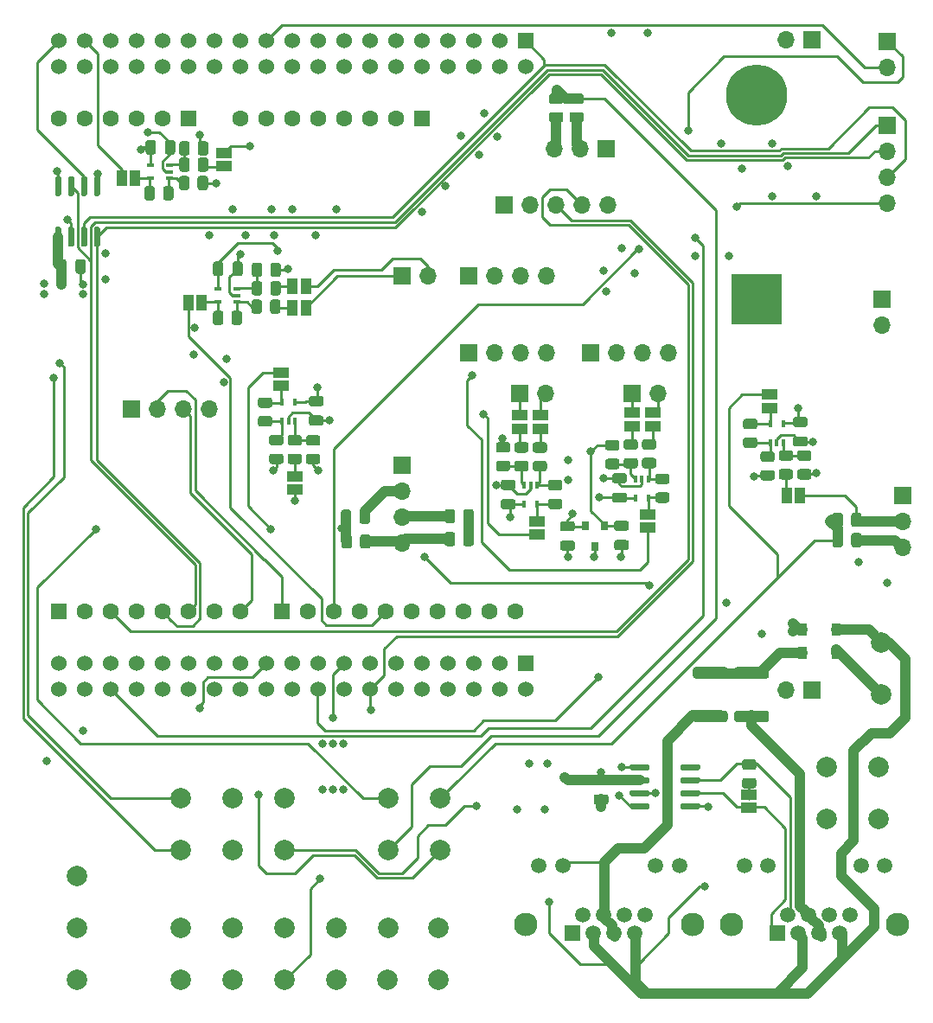
<source format=gbr>
%TF.GenerationSoftware,KiCad,Pcbnew,5.1.7-a382d34a8~88~ubuntu20.04.1*%
%TF.CreationDate,2021-04-08T15:18:28+02:00*%
%TF.ProjectId,Shield_Nucleo,53686965-6c64-45f4-9e75-636c656f2e6b,rev?*%
%TF.SameCoordinates,Original*%
%TF.FileFunction,Copper,L4,Bot*%
%TF.FilePolarity,Positive*%
%FSLAX46Y46*%
G04 Gerber Fmt 4.6, Leading zero omitted, Abs format (unit mm)*
G04 Created by KiCad (PCBNEW 5.1.7-a382d34a8~88~ubuntu20.04.1) date 2021-04-08 15:18:28*
%MOMM*%
%LPD*%
G01*
G04 APERTURE LIST*
%TA.AperFunction,SMDPad,CuDef*%
%ADD10R,0.800000X0.900000*%
%TD*%
%TA.AperFunction,SMDPad,CuDef*%
%ADD11R,0.400000X0.650000*%
%TD*%
%TA.AperFunction,SMDPad,CuDef*%
%ADD12R,0.650000X0.400000*%
%TD*%
%TA.AperFunction,SMDPad,CuDef*%
%ADD13R,1.500000X1.000000*%
%TD*%
%TA.AperFunction,SMDPad,CuDef*%
%ADD14R,1.000000X1.500000*%
%TD*%
%TA.AperFunction,ComponentPad*%
%ADD15C,2.000000*%
%TD*%
%TA.AperFunction,ComponentPad*%
%ADD16C,1.500000*%
%TD*%
%TA.AperFunction,ComponentPad*%
%ADD17C,2.300000*%
%TD*%
%TA.AperFunction,ComponentPad*%
%ADD18R,1.500000X1.500000*%
%TD*%
%TA.AperFunction,ComponentPad*%
%ADD19O,1.700000X1.700000*%
%TD*%
%TA.AperFunction,ComponentPad*%
%ADD20R,1.700000X1.700000*%
%TD*%
%TA.AperFunction,ComponentPad*%
%ADD21R,1.605000X1.605000*%
%TD*%
%TA.AperFunction,ComponentPad*%
%ADD22C,1.605000*%
%TD*%
%TA.AperFunction,ComponentPad*%
%ADD23C,1.530000*%
%TD*%
%TA.AperFunction,ComponentPad*%
%ADD24R,1.530000X1.530000*%
%TD*%
%TA.AperFunction,SMDPad,CuDef*%
%ADD25R,0.900000X1.200000*%
%TD*%
%TA.AperFunction,ComponentPad*%
%ADD26C,6.000000*%
%TD*%
%TA.AperFunction,ComponentPad*%
%ADD27R,5.000000X5.000000*%
%TD*%
%TA.AperFunction,ViaPad*%
%ADD28C,0.800000*%
%TD*%
%TA.AperFunction,Conductor*%
%ADD29C,1.000000*%
%TD*%
%TA.AperFunction,Conductor*%
%ADD30C,0.250000*%
%TD*%
G04 APERTURE END LIST*
D10*
%TO.P,U10,3*%
%TO.N,GNDD*%
X96370000Y-79450000D03*
%TO.P,U10,2*%
%TO.N,/Vref*%
X97320000Y-77450000D03*
%TO.P,U10,1*%
%TO.N,/E5V*%
X95420000Y-77450000D03*
%TD*%
%TO.P,C10,2*%
%TO.N,GNDD*%
%TA.AperFunction,SMDPad,CuDef*%
G36*
G01*
X98525000Y-78850000D02*
X99475000Y-78850000D01*
G75*
G02*
X99725000Y-79100000I0J-250000D01*
G01*
X99725000Y-79600000D01*
G75*
G02*
X99475000Y-79850000I-250000J0D01*
G01*
X98525000Y-79850000D01*
G75*
G02*
X98275000Y-79600000I0J250000D01*
G01*
X98275000Y-79100000D01*
G75*
G02*
X98525000Y-78850000I250000J0D01*
G01*
G37*
%TD.AperFunction*%
%TO.P,C10,1*%
%TO.N,/Vref*%
%TA.AperFunction,SMDPad,CuDef*%
G36*
G01*
X98525000Y-76950000D02*
X99475000Y-76950000D01*
G75*
G02*
X99725000Y-77200000I0J-250000D01*
G01*
X99725000Y-77700000D01*
G75*
G02*
X99475000Y-77950000I-250000J0D01*
G01*
X98525000Y-77950000D01*
G75*
G02*
X98275000Y-77700000I0J250000D01*
G01*
X98275000Y-77200000D01*
G75*
G02*
X98525000Y-76950000I250000J0D01*
G01*
G37*
%TD.AperFunction*%
%TD*%
%TO.P,C9,2*%
%TO.N,GNDD*%
%TA.AperFunction,SMDPad,CuDef*%
G36*
G01*
X93225000Y-78900000D02*
X94175000Y-78900000D01*
G75*
G02*
X94425000Y-79150000I0J-250000D01*
G01*
X94425000Y-79650000D01*
G75*
G02*
X94175000Y-79900000I-250000J0D01*
G01*
X93225000Y-79900000D01*
G75*
G02*
X92975000Y-79650000I0J250000D01*
G01*
X92975000Y-79150000D01*
G75*
G02*
X93225000Y-78900000I250000J0D01*
G01*
G37*
%TD.AperFunction*%
%TO.P,C9,1*%
%TO.N,/E5V*%
%TA.AperFunction,SMDPad,CuDef*%
G36*
G01*
X93225000Y-77000000D02*
X94175000Y-77000000D01*
G75*
G02*
X94425000Y-77250000I0J-250000D01*
G01*
X94425000Y-77750000D01*
G75*
G02*
X94175000Y-78000000I-250000J0D01*
G01*
X93225000Y-78000000D01*
G75*
G02*
X92975000Y-77750000I0J250000D01*
G01*
X92975000Y-77250000D01*
G75*
G02*
X93225000Y-77000000I250000J0D01*
G01*
G37*
%TD.AperFunction*%
%TD*%
D11*
%TO.P,U9,5*%
%TO.N,/E5V*%
X67050000Y-65350000D03*
%TO.P,U9,4*%
%TO.N,Net-(JP22-Pad2)*%
X65750000Y-65350000D03*
%TO.P,U9,2*%
%TO.N,GNDD*%
X66400000Y-67250000D03*
%TO.P,U9,3*%
%TO.N,Net-(R31-Pad1)*%
X65750000Y-67250000D03*
%TO.P,U9,1*%
%TO.N,Net-(R30-Pad1)*%
X67050000Y-67250000D03*
%TD*%
%TO.P,U8,5*%
%TO.N,/E5V*%
X114850000Y-67450000D03*
%TO.P,U8,4*%
%TO.N,Net-(JP23-Pad2)*%
X113550000Y-67450000D03*
%TO.P,U8,2*%
%TO.N,GNDD*%
X114200000Y-69350000D03*
%TO.P,U8,3*%
%TO.N,Net-(R29-Pad1)*%
X113550000Y-69350000D03*
%TO.P,U8,1*%
%TO.N,Net-(R28-Pad1)*%
X114850000Y-69350000D03*
%TD*%
D12*
%TO.P,U7,5*%
%TO.N,/E5V*%
X52850000Y-42150000D03*
%TO.P,U7,4*%
%TO.N,Net-(JP21-Pad2)*%
X52850000Y-43450000D03*
%TO.P,U7,2*%
%TO.N,GNDD*%
X54750000Y-42800000D03*
%TO.P,U7,3*%
%TO.N,Net-(R27-Pad1)*%
X54750000Y-43450000D03*
%TO.P,U7,1*%
%TO.N,Net-(R26-Pad1)*%
X54750000Y-42150000D03*
%TD*%
D11*
%TO.P,U6,5*%
%TO.N,/E5V*%
X89450000Y-75350000D03*
%TO.P,U6,4*%
%TO.N,/V1_low_SE*%
X90750000Y-75350000D03*
%TO.P,U6,2*%
%TO.N,GNDD*%
X90100000Y-73450000D03*
%TO.P,U6,3*%
%TO.N,Net-(R19-Pad1)*%
X90750000Y-73450000D03*
%TO.P,U6,1*%
%TO.N,Net-(R18-Pad1)*%
X89450000Y-73450000D03*
%TD*%
%TO.P,U5,5*%
%TO.N,/E5V*%
X100350000Y-74750000D03*
%TO.P,U5,4*%
%TO.N,/V2_low_SE*%
X101650000Y-74750000D03*
%TO.P,U5,2*%
%TO.N,GNDD*%
X101000000Y-72850000D03*
%TO.P,U5,3*%
%TO.N,Net-(R17-Pad1)*%
X101650000Y-72850000D03*
%TO.P,U5,1*%
%TO.N,Net-(R16-Pad1)*%
X100350000Y-72850000D03*
%TD*%
D12*
%TO.P,U4,5*%
%TO.N,/E5V*%
X59450000Y-54250000D03*
%TO.P,U4,4*%
%TO.N,/V_high_SE*%
X59450000Y-55550000D03*
%TO.P,U4,2*%
%TO.N,GNDD*%
X61350000Y-54900000D03*
%TO.P,U4,3*%
%TO.N,Net-(R15-Pad1)*%
X61350000Y-55550000D03*
%TO.P,U4,1*%
%TO.N,Net-(R14-Pad1)*%
X61350000Y-54250000D03*
%TD*%
%TO.P,R37,2*%
%TO.N,Net-(JP22-Pad2)*%
%TA.AperFunction,SMDPad,CuDef*%
G36*
G01*
X64550001Y-65912500D02*
X63649999Y-65912500D01*
G75*
G02*
X63400000Y-65662501I0J249999D01*
G01*
X63400000Y-65137499D01*
G75*
G02*
X63649999Y-64887500I249999J0D01*
G01*
X64550001Y-64887500D01*
G75*
G02*
X64800000Y-65137499I0J-249999D01*
G01*
X64800000Y-65662501D01*
G75*
G02*
X64550001Y-65912500I-249999J0D01*
G01*
G37*
%TD.AperFunction*%
%TO.P,R37,1*%
%TO.N,Net-(R31-Pad1)*%
%TA.AperFunction,SMDPad,CuDef*%
G36*
G01*
X64550001Y-67737500D02*
X63649999Y-67737500D01*
G75*
G02*
X63400000Y-67487501I0J249999D01*
G01*
X63400000Y-66962499D01*
G75*
G02*
X63649999Y-66712500I249999J0D01*
G01*
X64550001Y-66712500D01*
G75*
G02*
X64800000Y-66962499I0J-249999D01*
G01*
X64800000Y-67487501D01*
G75*
G02*
X64550001Y-67737500I-249999J0D01*
G01*
G37*
%TD.AperFunction*%
%TD*%
%TO.P,R36,2*%
%TO.N,Net-(JP23-Pad2)*%
%TA.AperFunction,SMDPad,CuDef*%
G36*
G01*
X112050001Y-68000000D02*
X111149999Y-68000000D01*
G75*
G02*
X110900000Y-67750001I0J249999D01*
G01*
X110900000Y-67224999D01*
G75*
G02*
X111149999Y-66975000I249999J0D01*
G01*
X112050001Y-66975000D01*
G75*
G02*
X112300000Y-67224999I0J-249999D01*
G01*
X112300000Y-67750001D01*
G75*
G02*
X112050001Y-68000000I-249999J0D01*
G01*
G37*
%TD.AperFunction*%
%TO.P,R36,1*%
%TO.N,Net-(R29-Pad1)*%
%TA.AperFunction,SMDPad,CuDef*%
G36*
G01*
X112050001Y-69825000D02*
X111149999Y-69825000D01*
G75*
G02*
X110900000Y-69575001I0J249999D01*
G01*
X110900000Y-69049999D01*
G75*
G02*
X111149999Y-68800000I249999J0D01*
G01*
X112050001Y-68800000D01*
G75*
G02*
X112300000Y-69049999I0J-249999D01*
G01*
X112300000Y-69575001D01*
G75*
G02*
X112050001Y-69825000I-249999J0D01*
G01*
G37*
%TD.AperFunction*%
%TD*%
%TO.P,R35,2*%
%TO.N,Net-(JP21-Pad2)*%
%TA.AperFunction,SMDPad,CuDef*%
G36*
G01*
X53312500Y-44449999D02*
X53312500Y-45350001D01*
G75*
G02*
X53062501Y-45600000I-249999J0D01*
G01*
X52537499Y-45600000D01*
G75*
G02*
X52287500Y-45350001I0J249999D01*
G01*
X52287500Y-44449999D01*
G75*
G02*
X52537499Y-44200000I249999J0D01*
G01*
X53062501Y-44200000D01*
G75*
G02*
X53312500Y-44449999I0J-249999D01*
G01*
G37*
%TD.AperFunction*%
%TO.P,R35,1*%
%TO.N,Net-(R27-Pad1)*%
%TA.AperFunction,SMDPad,CuDef*%
G36*
G01*
X55137500Y-44449999D02*
X55137500Y-45350001D01*
G75*
G02*
X54887501Y-45600000I-249999J0D01*
G01*
X54362499Y-45600000D01*
G75*
G02*
X54112500Y-45350001I0J249999D01*
G01*
X54112500Y-44449999D01*
G75*
G02*
X54362499Y-44200000I249999J0D01*
G01*
X54887501Y-44200000D01*
G75*
G02*
X55137500Y-44449999I0J-249999D01*
G01*
G37*
%TD.AperFunction*%
%TD*%
%TO.P,R34,2*%
%TO.N,Net-(R30-Pad1)*%
%TA.AperFunction,SMDPad,CuDef*%
G36*
G01*
X69250001Y-69612500D02*
X68349999Y-69612500D01*
G75*
G02*
X68100000Y-69362501I0J249999D01*
G01*
X68100000Y-68837499D01*
G75*
G02*
X68349999Y-68587500I249999J0D01*
G01*
X69250001Y-68587500D01*
G75*
G02*
X69500000Y-68837499I0J-249999D01*
G01*
X69500000Y-69362501D01*
G75*
G02*
X69250001Y-69612500I-249999J0D01*
G01*
G37*
%TD.AperFunction*%
%TO.P,R34,1*%
%TO.N,GNDD*%
%TA.AperFunction,SMDPad,CuDef*%
G36*
G01*
X69250001Y-71437500D02*
X68349999Y-71437500D01*
G75*
G02*
X68100000Y-71187501I0J249999D01*
G01*
X68100000Y-70662499D01*
G75*
G02*
X68349999Y-70412500I249999J0D01*
G01*
X69250001Y-70412500D01*
G75*
G02*
X69500000Y-70662499I0J-249999D01*
G01*
X69500000Y-71187501D01*
G75*
G02*
X69250001Y-71437500I-249999J0D01*
G01*
G37*
%TD.AperFunction*%
%TD*%
%TO.P,R33,2*%
%TO.N,Net-(R28-Pad1)*%
%TA.AperFunction,SMDPad,CuDef*%
G36*
G01*
X117350001Y-71100000D02*
X116449999Y-71100000D01*
G75*
G02*
X116200000Y-70850001I0J249999D01*
G01*
X116200000Y-70324999D01*
G75*
G02*
X116449999Y-70075000I249999J0D01*
G01*
X117350001Y-70075000D01*
G75*
G02*
X117600000Y-70324999I0J-249999D01*
G01*
X117600000Y-70850001D01*
G75*
G02*
X117350001Y-71100000I-249999J0D01*
G01*
G37*
%TD.AperFunction*%
%TO.P,R33,1*%
%TO.N,GNDD*%
%TA.AperFunction,SMDPad,CuDef*%
G36*
G01*
X117350001Y-72925000D02*
X116449999Y-72925000D01*
G75*
G02*
X116200000Y-72675001I0J249999D01*
G01*
X116200000Y-72149999D01*
G75*
G02*
X116449999Y-71900000I249999J0D01*
G01*
X117350001Y-71900000D01*
G75*
G02*
X117600000Y-72149999I0J-249999D01*
G01*
X117600000Y-72675001D01*
G75*
G02*
X117350001Y-72925000I-249999J0D01*
G01*
G37*
%TD.AperFunction*%
%TD*%
%TO.P,R32,2*%
%TO.N,Net-(R26-Pad1)*%
%TA.AperFunction,SMDPad,CuDef*%
G36*
G01*
X56712500Y-40049999D02*
X56712500Y-40950001D01*
G75*
G02*
X56462501Y-41200000I-249999J0D01*
G01*
X55937499Y-41200000D01*
G75*
G02*
X55687500Y-40950001I0J249999D01*
G01*
X55687500Y-40049999D01*
G75*
G02*
X55937499Y-39800000I249999J0D01*
G01*
X56462501Y-39800000D01*
G75*
G02*
X56712500Y-40049999I0J-249999D01*
G01*
G37*
%TD.AperFunction*%
%TO.P,R32,1*%
%TO.N,GNDD*%
%TA.AperFunction,SMDPad,CuDef*%
G36*
G01*
X58537500Y-40049999D02*
X58537500Y-40950001D01*
G75*
G02*
X58287501Y-41200000I-249999J0D01*
G01*
X57762499Y-41200000D01*
G75*
G02*
X57512500Y-40950001I0J249999D01*
G01*
X57512500Y-40049999D01*
G75*
G02*
X57762499Y-39800000I249999J0D01*
G01*
X58287501Y-39800000D01*
G75*
G02*
X58537500Y-40049999I0J-249999D01*
G01*
G37*
%TD.AperFunction*%
%TD*%
%TO.P,R31,2*%
%TO.N,GNDD*%
%TA.AperFunction,SMDPad,CuDef*%
G36*
G01*
X64749999Y-70387500D02*
X65650001Y-70387500D01*
G75*
G02*
X65900000Y-70637499I0J-249999D01*
G01*
X65900000Y-71162501D01*
G75*
G02*
X65650001Y-71412500I-249999J0D01*
G01*
X64749999Y-71412500D01*
G75*
G02*
X64500000Y-71162501I0J249999D01*
G01*
X64500000Y-70637499D01*
G75*
G02*
X64749999Y-70387500I249999J0D01*
G01*
G37*
%TD.AperFunction*%
%TO.P,R31,1*%
%TO.N,Net-(R31-Pad1)*%
%TA.AperFunction,SMDPad,CuDef*%
G36*
G01*
X64749999Y-68562500D02*
X65650001Y-68562500D01*
G75*
G02*
X65900000Y-68812499I0J-249999D01*
G01*
X65900000Y-69337501D01*
G75*
G02*
X65650001Y-69587500I-249999J0D01*
G01*
X64749999Y-69587500D01*
G75*
G02*
X64500000Y-69337501I0J249999D01*
G01*
X64500000Y-68812499D01*
G75*
G02*
X64749999Y-68562500I249999J0D01*
G01*
G37*
%TD.AperFunction*%
%TD*%
%TO.P,R30,2*%
%TO.N,Net-(JP20-Pad2)*%
%TA.AperFunction,SMDPad,CuDef*%
G36*
G01*
X66549999Y-70387500D02*
X67450001Y-70387500D01*
G75*
G02*
X67700000Y-70637499I0J-249999D01*
G01*
X67700000Y-71162501D01*
G75*
G02*
X67450001Y-71412500I-249999J0D01*
G01*
X66549999Y-71412500D01*
G75*
G02*
X66300000Y-71162501I0J249999D01*
G01*
X66300000Y-70637499D01*
G75*
G02*
X66549999Y-70387500I249999J0D01*
G01*
G37*
%TD.AperFunction*%
%TO.P,R30,1*%
%TO.N,Net-(R30-Pad1)*%
%TA.AperFunction,SMDPad,CuDef*%
G36*
G01*
X66549999Y-68562500D02*
X67450001Y-68562500D01*
G75*
G02*
X67700000Y-68812499I0J-249999D01*
G01*
X67700000Y-69337501D01*
G75*
G02*
X67450001Y-69587500I-249999J0D01*
G01*
X66549999Y-69587500D01*
G75*
G02*
X66300000Y-69337501I0J249999D01*
G01*
X66300000Y-68812499D01*
G75*
G02*
X66549999Y-68562500I249999J0D01*
G01*
G37*
%TD.AperFunction*%
%TD*%
%TO.P,R29,2*%
%TO.N,GNDD*%
%TA.AperFunction,SMDPad,CuDef*%
G36*
G01*
X112849999Y-72000000D02*
X113750001Y-72000000D01*
G75*
G02*
X114000000Y-72249999I0J-249999D01*
G01*
X114000000Y-72775001D01*
G75*
G02*
X113750001Y-73025000I-249999J0D01*
G01*
X112849999Y-73025000D01*
G75*
G02*
X112600000Y-72775001I0J249999D01*
G01*
X112600000Y-72249999D01*
G75*
G02*
X112849999Y-72000000I249999J0D01*
G01*
G37*
%TD.AperFunction*%
%TO.P,R29,1*%
%TO.N,Net-(R29-Pad1)*%
%TA.AperFunction,SMDPad,CuDef*%
G36*
G01*
X112849999Y-70175000D02*
X113750001Y-70175000D01*
G75*
G02*
X114000000Y-70424999I0J-249999D01*
G01*
X114000000Y-70950001D01*
G75*
G02*
X113750001Y-71200000I-249999J0D01*
G01*
X112849999Y-71200000D01*
G75*
G02*
X112600000Y-70950001I0J249999D01*
G01*
X112600000Y-70424999D01*
G75*
G02*
X112849999Y-70175000I249999J0D01*
G01*
G37*
%TD.AperFunction*%
%TD*%
%TO.P,R28,2*%
%TO.N,Net-(JP19-Pad2)*%
%TA.AperFunction,SMDPad,CuDef*%
G36*
G01*
X114649999Y-71900000D02*
X115550001Y-71900000D01*
G75*
G02*
X115800000Y-72149999I0J-249999D01*
G01*
X115800000Y-72675001D01*
G75*
G02*
X115550001Y-72925000I-249999J0D01*
G01*
X114649999Y-72925000D01*
G75*
G02*
X114400000Y-72675001I0J249999D01*
G01*
X114400000Y-72149999D01*
G75*
G02*
X114649999Y-71900000I249999J0D01*
G01*
G37*
%TD.AperFunction*%
%TO.P,R28,1*%
%TO.N,Net-(R28-Pad1)*%
%TA.AperFunction,SMDPad,CuDef*%
G36*
G01*
X114649999Y-70075000D02*
X115550001Y-70075000D01*
G75*
G02*
X115800000Y-70324999I0J-249999D01*
G01*
X115800000Y-70850001D01*
G75*
G02*
X115550001Y-71100000I-249999J0D01*
G01*
X114649999Y-71100000D01*
G75*
G02*
X114400000Y-70850001I0J249999D01*
G01*
X114400000Y-70324999D01*
G75*
G02*
X114649999Y-70075000I249999J0D01*
G01*
G37*
%TD.AperFunction*%
%TD*%
%TO.P,R27,2*%
%TO.N,GNDD*%
%TA.AperFunction,SMDPad,CuDef*%
G36*
G01*
X57487500Y-44350001D02*
X57487500Y-43449999D01*
G75*
G02*
X57737499Y-43200000I249999J0D01*
G01*
X58262501Y-43200000D01*
G75*
G02*
X58512500Y-43449999I0J-249999D01*
G01*
X58512500Y-44350001D01*
G75*
G02*
X58262501Y-44600000I-249999J0D01*
G01*
X57737499Y-44600000D01*
G75*
G02*
X57487500Y-44350001I0J249999D01*
G01*
G37*
%TD.AperFunction*%
%TO.P,R27,1*%
%TO.N,Net-(R27-Pad1)*%
%TA.AperFunction,SMDPad,CuDef*%
G36*
G01*
X55662500Y-44350001D02*
X55662500Y-43449999D01*
G75*
G02*
X55912499Y-43200000I249999J0D01*
G01*
X56437501Y-43200000D01*
G75*
G02*
X56687500Y-43449999I0J-249999D01*
G01*
X56687500Y-44350001D01*
G75*
G02*
X56437501Y-44600000I-249999J0D01*
G01*
X55912499Y-44600000D01*
G75*
G02*
X55662500Y-44350001I0J249999D01*
G01*
G37*
%TD.AperFunction*%
%TD*%
%TO.P,R26,2*%
%TO.N,Net-(JP18-Pad2)*%
%TA.AperFunction,SMDPad,CuDef*%
G36*
G01*
X57512500Y-42550001D02*
X57512500Y-41649999D01*
G75*
G02*
X57762499Y-41400000I249999J0D01*
G01*
X58287501Y-41400000D01*
G75*
G02*
X58537500Y-41649999I0J-249999D01*
G01*
X58537500Y-42550001D01*
G75*
G02*
X58287501Y-42800000I-249999J0D01*
G01*
X57762499Y-42800000D01*
G75*
G02*
X57512500Y-42550001I0J249999D01*
G01*
G37*
%TD.AperFunction*%
%TO.P,R26,1*%
%TO.N,Net-(R26-Pad1)*%
%TA.AperFunction,SMDPad,CuDef*%
G36*
G01*
X55687500Y-42550001D02*
X55687500Y-41649999D01*
G75*
G02*
X55937499Y-41400000I249999J0D01*
G01*
X56462501Y-41400000D01*
G75*
G02*
X56712500Y-41649999I0J-249999D01*
G01*
X56712500Y-42550001D01*
G75*
G02*
X56462501Y-42800000I-249999J0D01*
G01*
X55937499Y-42800000D01*
G75*
G02*
X55687500Y-42550001I0J249999D01*
G01*
G37*
%TD.AperFunction*%
%TD*%
%TO.P,R25,2*%
%TO.N,/V1_low_SE*%
%TA.AperFunction,SMDPad,CuDef*%
G36*
G01*
X92049999Y-74787500D02*
X92950001Y-74787500D01*
G75*
G02*
X93200000Y-75037499I0J-249999D01*
G01*
X93200000Y-75562501D01*
G75*
G02*
X92950001Y-75812500I-249999J0D01*
G01*
X92049999Y-75812500D01*
G75*
G02*
X91800000Y-75562501I0J249999D01*
G01*
X91800000Y-75037499D01*
G75*
G02*
X92049999Y-74787500I249999J0D01*
G01*
G37*
%TD.AperFunction*%
%TO.P,R25,1*%
%TO.N,Net-(R19-Pad1)*%
%TA.AperFunction,SMDPad,CuDef*%
G36*
G01*
X92049999Y-72962500D02*
X92950001Y-72962500D01*
G75*
G02*
X93200000Y-73212499I0J-249999D01*
G01*
X93200000Y-73737501D01*
G75*
G02*
X92950001Y-73987500I-249999J0D01*
G01*
X92049999Y-73987500D01*
G75*
G02*
X91800000Y-73737501I0J249999D01*
G01*
X91800000Y-73212499D01*
G75*
G02*
X92049999Y-72962500I249999J0D01*
G01*
G37*
%TD.AperFunction*%
%TD*%
%TO.P,R24,2*%
%TO.N,/V2_low_SE*%
%TA.AperFunction,SMDPad,CuDef*%
G36*
G01*
X102549999Y-74187500D02*
X103450001Y-74187500D01*
G75*
G02*
X103700000Y-74437499I0J-249999D01*
G01*
X103700000Y-74962501D01*
G75*
G02*
X103450001Y-75212500I-249999J0D01*
G01*
X102549999Y-75212500D01*
G75*
G02*
X102300000Y-74962501I0J249999D01*
G01*
X102300000Y-74437499D01*
G75*
G02*
X102549999Y-74187500I249999J0D01*
G01*
G37*
%TD.AperFunction*%
%TO.P,R24,1*%
%TO.N,Net-(R17-Pad1)*%
%TA.AperFunction,SMDPad,CuDef*%
G36*
G01*
X102549999Y-72362500D02*
X103450001Y-72362500D01*
G75*
G02*
X103700000Y-72612499I0J-249999D01*
G01*
X103700000Y-73137501D01*
G75*
G02*
X103450001Y-73387500I-249999J0D01*
G01*
X102549999Y-73387500D01*
G75*
G02*
X102300000Y-73137501I0J249999D01*
G01*
X102300000Y-72612499D01*
G75*
G02*
X102549999Y-72362500I249999J0D01*
G01*
G37*
%TD.AperFunction*%
%TD*%
%TO.P,R23,2*%
%TO.N,/V_high_SE*%
%TA.AperFunction,SMDPad,CuDef*%
G36*
G01*
X60012500Y-56649999D02*
X60012500Y-57550001D01*
G75*
G02*
X59762501Y-57800000I-249999J0D01*
G01*
X59237499Y-57800000D01*
G75*
G02*
X58987500Y-57550001I0J249999D01*
G01*
X58987500Y-56649999D01*
G75*
G02*
X59237499Y-56400000I249999J0D01*
G01*
X59762501Y-56400000D01*
G75*
G02*
X60012500Y-56649999I0J-249999D01*
G01*
G37*
%TD.AperFunction*%
%TO.P,R23,1*%
%TO.N,Net-(R15-Pad1)*%
%TA.AperFunction,SMDPad,CuDef*%
G36*
G01*
X61837500Y-56649999D02*
X61837500Y-57550001D01*
G75*
G02*
X61587501Y-57800000I-249999J0D01*
G01*
X61062499Y-57800000D01*
G75*
G02*
X60812500Y-57550001I0J249999D01*
G01*
X60812500Y-56649999D01*
G75*
G02*
X61062499Y-56400000I249999J0D01*
G01*
X61587501Y-56400000D01*
G75*
G02*
X61837500Y-56649999I0J-249999D01*
G01*
G37*
%TD.AperFunction*%
%TD*%
%TO.P,R22,2*%
%TO.N,Net-(R18-Pad1)*%
%TA.AperFunction,SMDPad,CuDef*%
G36*
G01*
X86949999Y-71087500D02*
X87850001Y-71087500D01*
G75*
G02*
X88100000Y-71337499I0J-249999D01*
G01*
X88100000Y-71862501D01*
G75*
G02*
X87850001Y-72112500I-249999J0D01*
G01*
X86949999Y-72112500D01*
G75*
G02*
X86700000Y-71862501I0J249999D01*
G01*
X86700000Y-71337499D01*
G75*
G02*
X86949999Y-71087500I249999J0D01*
G01*
G37*
%TD.AperFunction*%
%TO.P,R22,1*%
%TO.N,/Vref*%
%TA.AperFunction,SMDPad,CuDef*%
G36*
G01*
X86949999Y-69262500D02*
X87850001Y-69262500D01*
G75*
G02*
X88100000Y-69512499I0J-249999D01*
G01*
X88100000Y-70037501D01*
G75*
G02*
X87850001Y-70287500I-249999J0D01*
G01*
X86949999Y-70287500D01*
G75*
G02*
X86700000Y-70037501I0J249999D01*
G01*
X86700000Y-69512499D01*
G75*
G02*
X86949999Y-69262500I249999J0D01*
G01*
G37*
%TD.AperFunction*%
%TD*%
%TO.P,R21,2*%
%TO.N,Net-(R16-Pad1)*%
%TA.AperFunction,SMDPad,CuDef*%
G36*
G01*
X97649999Y-70887500D02*
X98550001Y-70887500D01*
G75*
G02*
X98800000Y-71137499I0J-249999D01*
G01*
X98800000Y-71662501D01*
G75*
G02*
X98550001Y-71912500I-249999J0D01*
G01*
X97649999Y-71912500D01*
G75*
G02*
X97400000Y-71662501I0J249999D01*
G01*
X97400000Y-71137499D01*
G75*
G02*
X97649999Y-70887500I249999J0D01*
G01*
G37*
%TD.AperFunction*%
%TO.P,R21,1*%
%TO.N,/Vref*%
%TA.AperFunction,SMDPad,CuDef*%
G36*
G01*
X97649999Y-69062500D02*
X98550001Y-69062500D01*
G75*
G02*
X98800000Y-69312499I0J-249999D01*
G01*
X98800000Y-69837501D01*
G75*
G02*
X98550001Y-70087500I-249999J0D01*
G01*
X97649999Y-70087500D01*
G75*
G02*
X97400000Y-69837501I0J249999D01*
G01*
X97400000Y-69312499D01*
G75*
G02*
X97649999Y-69062500I249999J0D01*
G01*
G37*
%TD.AperFunction*%
%TD*%
%TO.P,R20,2*%
%TO.N,Net-(R14-Pad1)*%
%TA.AperFunction,SMDPad,CuDef*%
G36*
G01*
X63812500Y-51949999D02*
X63812500Y-52850001D01*
G75*
G02*
X63562501Y-53100000I-249999J0D01*
G01*
X63037499Y-53100000D01*
G75*
G02*
X62787500Y-52850001I0J249999D01*
G01*
X62787500Y-51949999D01*
G75*
G02*
X63037499Y-51700000I249999J0D01*
G01*
X63562501Y-51700000D01*
G75*
G02*
X63812500Y-51949999I0J-249999D01*
G01*
G37*
%TD.AperFunction*%
%TO.P,R20,1*%
%TO.N,GNDD*%
%TA.AperFunction,SMDPad,CuDef*%
G36*
G01*
X65637500Y-51949999D02*
X65637500Y-52850001D01*
G75*
G02*
X65387501Y-53100000I-249999J0D01*
G01*
X64862499Y-53100000D01*
G75*
G02*
X64612500Y-52850001I0J249999D01*
G01*
X64612500Y-51949999D01*
G75*
G02*
X64862499Y-51700000I249999J0D01*
G01*
X65387501Y-51700000D01*
G75*
G02*
X65637500Y-51949999I0J-249999D01*
G01*
G37*
%TD.AperFunction*%
%TD*%
%TO.P,R19,2*%
%TO.N,Net-(JP14-Pad1)*%
%TA.AperFunction,SMDPad,CuDef*%
G36*
G01*
X91450001Y-70300000D02*
X90549999Y-70300000D01*
G75*
G02*
X90300000Y-70050001I0J249999D01*
G01*
X90300000Y-69524999D01*
G75*
G02*
X90549999Y-69275000I249999J0D01*
G01*
X91450001Y-69275000D01*
G75*
G02*
X91700000Y-69524999I0J-249999D01*
G01*
X91700000Y-70050001D01*
G75*
G02*
X91450001Y-70300000I-249999J0D01*
G01*
G37*
%TD.AperFunction*%
%TO.P,R19,1*%
%TO.N,Net-(R19-Pad1)*%
%TA.AperFunction,SMDPad,CuDef*%
G36*
G01*
X91450001Y-72125000D02*
X90549999Y-72125000D01*
G75*
G02*
X90300000Y-71875001I0J249999D01*
G01*
X90300000Y-71349999D01*
G75*
G02*
X90549999Y-71100000I249999J0D01*
G01*
X91450001Y-71100000D01*
G75*
G02*
X91700000Y-71349999I0J-249999D01*
G01*
X91700000Y-71875001D01*
G75*
G02*
X91450001Y-72125000I-249999J0D01*
G01*
G37*
%TD.AperFunction*%
%TD*%
%TO.P,R18,2*%
%TO.N,Net-(JP13-Pad2)*%
%TA.AperFunction,SMDPad,CuDef*%
G36*
G01*
X89650001Y-70300000D02*
X88749999Y-70300000D01*
G75*
G02*
X88500000Y-70050001I0J249999D01*
G01*
X88500000Y-69524999D01*
G75*
G02*
X88749999Y-69275000I249999J0D01*
G01*
X89650001Y-69275000D01*
G75*
G02*
X89900000Y-69524999I0J-249999D01*
G01*
X89900000Y-70050001D01*
G75*
G02*
X89650001Y-70300000I-249999J0D01*
G01*
G37*
%TD.AperFunction*%
%TO.P,R18,1*%
%TO.N,Net-(R18-Pad1)*%
%TA.AperFunction,SMDPad,CuDef*%
G36*
G01*
X89650001Y-72125000D02*
X88749999Y-72125000D01*
G75*
G02*
X88500000Y-71875001I0J249999D01*
G01*
X88500000Y-71349999D01*
G75*
G02*
X88749999Y-71100000I249999J0D01*
G01*
X89650001Y-71100000D01*
G75*
G02*
X89900000Y-71349999I0J-249999D01*
G01*
X89900000Y-71875001D01*
G75*
G02*
X89650001Y-72125000I-249999J0D01*
G01*
G37*
%TD.AperFunction*%
%TD*%
%TO.P,R17,2*%
%TO.N,Net-(JP12-Pad1)*%
%TA.AperFunction,SMDPad,CuDef*%
G36*
G01*
X102150001Y-70000000D02*
X101249999Y-70000000D01*
G75*
G02*
X101000000Y-69750001I0J249999D01*
G01*
X101000000Y-69224999D01*
G75*
G02*
X101249999Y-68975000I249999J0D01*
G01*
X102150001Y-68975000D01*
G75*
G02*
X102400000Y-69224999I0J-249999D01*
G01*
X102400000Y-69750001D01*
G75*
G02*
X102150001Y-70000000I-249999J0D01*
G01*
G37*
%TD.AperFunction*%
%TO.P,R17,1*%
%TO.N,Net-(R17-Pad1)*%
%TA.AperFunction,SMDPad,CuDef*%
G36*
G01*
X102150001Y-71825000D02*
X101249999Y-71825000D01*
G75*
G02*
X101000000Y-71575001I0J249999D01*
G01*
X101000000Y-71049999D01*
G75*
G02*
X101249999Y-70800000I249999J0D01*
G01*
X102150001Y-70800000D01*
G75*
G02*
X102400000Y-71049999I0J-249999D01*
G01*
X102400000Y-71575001D01*
G75*
G02*
X102150001Y-71825000I-249999J0D01*
G01*
G37*
%TD.AperFunction*%
%TD*%
%TO.P,R16,2*%
%TO.N,Net-(JP11-Pad2)*%
%TA.AperFunction,SMDPad,CuDef*%
G36*
G01*
X100350001Y-70012500D02*
X99449999Y-70012500D01*
G75*
G02*
X99200000Y-69762501I0J249999D01*
G01*
X99200000Y-69237499D01*
G75*
G02*
X99449999Y-68987500I249999J0D01*
G01*
X100350001Y-68987500D01*
G75*
G02*
X100600000Y-69237499I0J-249999D01*
G01*
X100600000Y-69762501D01*
G75*
G02*
X100350001Y-70012500I-249999J0D01*
G01*
G37*
%TD.AperFunction*%
%TO.P,R16,1*%
%TO.N,Net-(R16-Pad1)*%
%TA.AperFunction,SMDPad,CuDef*%
G36*
G01*
X100350001Y-71837500D02*
X99449999Y-71837500D01*
G75*
G02*
X99200000Y-71587501I0J249999D01*
G01*
X99200000Y-71062499D01*
G75*
G02*
X99449999Y-70812500I249999J0D01*
G01*
X100350001Y-70812500D01*
G75*
G02*
X100600000Y-71062499I0J-249999D01*
G01*
X100600000Y-71587501D01*
G75*
G02*
X100350001Y-71837500I-249999J0D01*
G01*
G37*
%TD.AperFunction*%
%TD*%
%TO.P,R15,2*%
%TO.N,Net-(JP10-Pad1)*%
%TA.AperFunction,SMDPad,CuDef*%
G36*
G01*
X64587500Y-56450001D02*
X64587500Y-55549999D01*
G75*
G02*
X64837499Y-55300000I249999J0D01*
G01*
X65362501Y-55300000D01*
G75*
G02*
X65612500Y-55549999I0J-249999D01*
G01*
X65612500Y-56450001D01*
G75*
G02*
X65362501Y-56700000I-249999J0D01*
G01*
X64837499Y-56700000D01*
G75*
G02*
X64587500Y-56450001I0J249999D01*
G01*
G37*
%TD.AperFunction*%
%TO.P,R15,1*%
%TO.N,Net-(R15-Pad1)*%
%TA.AperFunction,SMDPad,CuDef*%
G36*
G01*
X62762500Y-56450001D02*
X62762500Y-55549999D01*
G75*
G02*
X63012499Y-55300000I249999J0D01*
G01*
X63537501Y-55300000D01*
G75*
G02*
X63787500Y-55549999I0J-249999D01*
G01*
X63787500Y-56450001D01*
G75*
G02*
X63537501Y-56700000I-249999J0D01*
G01*
X63012499Y-56700000D01*
G75*
G02*
X62762500Y-56450001I0J249999D01*
G01*
G37*
%TD.AperFunction*%
%TD*%
%TO.P,R14,2*%
%TO.N,Net-(JP9-Pad2)*%
%TA.AperFunction,SMDPad,CuDef*%
G36*
G01*
X64612500Y-54650001D02*
X64612500Y-53749999D01*
G75*
G02*
X64862499Y-53500000I249999J0D01*
G01*
X65387501Y-53500000D01*
G75*
G02*
X65637500Y-53749999I0J-249999D01*
G01*
X65637500Y-54650001D01*
G75*
G02*
X65387501Y-54900000I-249999J0D01*
G01*
X64862499Y-54900000D01*
G75*
G02*
X64612500Y-54650001I0J249999D01*
G01*
G37*
%TD.AperFunction*%
%TO.P,R14,1*%
%TO.N,Net-(R14-Pad1)*%
%TA.AperFunction,SMDPad,CuDef*%
G36*
G01*
X62787500Y-54650001D02*
X62787500Y-53749999D01*
G75*
G02*
X63037499Y-53500000I249999J0D01*
G01*
X63562501Y-53500000D01*
G75*
G02*
X63812500Y-53749999I0J-249999D01*
G01*
X63812500Y-54650001D01*
G75*
G02*
X63562501Y-54900000I-249999J0D01*
G01*
X63037499Y-54900000D01*
G75*
G02*
X62787500Y-54650001I0J249999D01*
G01*
G37*
%TD.AperFunction*%
%TD*%
D13*
%TO.P,JP23,1*%
%TO.N,/I2_low*%
X113500000Y-64600000D03*
%TO.P,JP23,2*%
%TO.N,Net-(JP23-Pad2)*%
X113500000Y-65900000D03*
%TD*%
%TO.P,JP22,1*%
%TO.N,/I1_low*%
X65700000Y-62450000D03*
%TO.P,JP22,2*%
%TO.N,Net-(JP22-Pad2)*%
X65700000Y-63750000D03*
%TD*%
D14*
%TO.P,JP21,1*%
%TO.N,/I_high*%
X50050000Y-43400000D03*
%TO.P,JP21,2*%
%TO.N,Net-(JP21-Pad2)*%
X51350000Y-43400000D03*
%TD*%
D13*
%TO.P,JP20,1*%
%TO.N,/I1_low_raw*%
X67000000Y-73900000D03*
%TO.P,JP20,2*%
%TO.N,Net-(JP20-Pad2)*%
X67000000Y-72600000D03*
%TD*%
D14*
%TO.P,JP19,1*%
%TO.N,/I2_low_raw*%
X116450000Y-74500000D03*
%TO.P,JP19,2*%
%TO.N,Net-(JP19-Pad2)*%
X115150000Y-74500000D03*
%TD*%
D13*
%TO.P,JP18,1*%
%TO.N,/I_high_raw*%
X60100000Y-40950000D03*
%TO.P,JP18,2*%
%TO.N,Net-(JP18-Pad2)*%
X60100000Y-42250000D03*
%TD*%
%TO.P,JP17,1*%
%TO.N,/V1_low_P*%
X90700000Y-78300000D03*
%TO.P,JP17,2*%
%TO.N,/V1_low_SE*%
X90700000Y-77000000D03*
%TD*%
%TO.P,JP16,1*%
%TO.N,/V1_low_N*%
X101600000Y-77650000D03*
%TO.P,JP16,2*%
%TO.N,/V2_low_SE*%
X101600000Y-76350000D03*
%TD*%
D14*
%TO.P,JP15,1*%
%TO.N,/V2_low_P*%
X56600000Y-55600000D03*
%TO.P,JP15,2*%
%TO.N,/V_high_SE*%
X57900000Y-55600000D03*
%TD*%
D13*
%TO.P,JP14,1*%
%TO.N,Net-(JP14-Pad1)*%
X91100000Y-67950000D03*
%TO.P,JP14,2*%
%TO.N,/V1_low_raw_N*%
X91100000Y-66650000D03*
%TD*%
%TO.P,JP13,1*%
%TO.N,/V1_low_raw_P*%
X89000000Y-66650000D03*
%TO.P,JP13,2*%
%TO.N,Net-(JP13-Pad2)*%
X89000000Y-67950000D03*
%TD*%
%TO.P,JP12,1*%
%TO.N,Net-(JP12-Pad1)*%
X102100000Y-67700000D03*
%TO.P,JP12,2*%
%TO.N,/V2_low_raw_N*%
X102100000Y-66400000D03*
%TD*%
%TO.P,JP11,1*%
%TO.N,/V2_low_raw_P*%
X100000000Y-66400000D03*
%TO.P,JP11,2*%
%TO.N,Net-(JP11-Pad2)*%
X100000000Y-67700000D03*
%TD*%
D14*
%TO.P,JP10,1*%
%TO.N,Net-(JP10-Pad1)*%
X66800000Y-56100000D03*
%TO.P,JP10,2*%
%TO.N,/V_high_raw_N*%
X68100000Y-56100000D03*
%TD*%
%TO.P,JP9,1*%
%TO.N,/V_high_raw_P*%
X68100000Y-54000000D03*
%TO.P,JP9,2*%
%TO.N,Net-(JP9-Pad2)*%
X66800000Y-54000000D03*
%TD*%
%TO.P,C8,2*%
%TO.N,GNDD*%
%TA.AperFunction,SMDPad,CuDef*%
G36*
G01*
X68625000Y-66650000D02*
X69575000Y-66650000D01*
G75*
G02*
X69825000Y-66900000I0J-250000D01*
G01*
X69825000Y-67400000D01*
G75*
G02*
X69575000Y-67650000I-250000J0D01*
G01*
X68625000Y-67650000D01*
G75*
G02*
X68375000Y-67400000I0J250000D01*
G01*
X68375000Y-66900000D01*
G75*
G02*
X68625000Y-66650000I250000J0D01*
G01*
G37*
%TD.AperFunction*%
%TO.P,C8,1*%
%TO.N,/E5V*%
%TA.AperFunction,SMDPad,CuDef*%
G36*
G01*
X68625000Y-64750000D02*
X69575000Y-64750000D01*
G75*
G02*
X69825000Y-65000000I0J-250000D01*
G01*
X69825000Y-65500000D01*
G75*
G02*
X69575000Y-65750000I-250000J0D01*
G01*
X68625000Y-65750000D01*
G75*
G02*
X68375000Y-65500000I0J250000D01*
G01*
X68375000Y-65000000D01*
G75*
G02*
X68625000Y-64750000I250000J0D01*
G01*
G37*
%TD.AperFunction*%
%TD*%
%TO.P,C7,2*%
%TO.N,GNDD*%
%TA.AperFunction,SMDPad,CuDef*%
G36*
G01*
X116025000Y-68700000D02*
X116975000Y-68700000D01*
G75*
G02*
X117225000Y-68950000I0J-250000D01*
G01*
X117225000Y-69450000D01*
G75*
G02*
X116975000Y-69700000I-250000J0D01*
G01*
X116025000Y-69700000D01*
G75*
G02*
X115775000Y-69450000I0J250000D01*
G01*
X115775000Y-68950000D01*
G75*
G02*
X116025000Y-68700000I250000J0D01*
G01*
G37*
%TD.AperFunction*%
%TO.P,C7,1*%
%TO.N,/E5V*%
%TA.AperFunction,SMDPad,CuDef*%
G36*
G01*
X116025000Y-66800000D02*
X116975000Y-66800000D01*
G75*
G02*
X117225000Y-67050000I0J-250000D01*
G01*
X117225000Y-67550000D01*
G75*
G02*
X116975000Y-67800000I-250000J0D01*
G01*
X116025000Y-67800000D01*
G75*
G02*
X115775000Y-67550000I0J250000D01*
G01*
X115775000Y-67050000D01*
G75*
G02*
X116025000Y-66800000I250000J0D01*
G01*
G37*
%TD.AperFunction*%
%TD*%
%TO.P,C6,2*%
%TO.N,GNDD*%
%TA.AperFunction,SMDPad,CuDef*%
G36*
G01*
X54300000Y-40875000D02*
X54300000Y-39925000D01*
G75*
G02*
X54550000Y-39675000I250000J0D01*
G01*
X55050000Y-39675000D01*
G75*
G02*
X55300000Y-39925000I0J-250000D01*
G01*
X55300000Y-40875000D01*
G75*
G02*
X55050000Y-41125000I-250000J0D01*
G01*
X54550000Y-41125000D01*
G75*
G02*
X54300000Y-40875000I0J250000D01*
G01*
G37*
%TD.AperFunction*%
%TO.P,C6,1*%
%TO.N,/E5V*%
%TA.AperFunction,SMDPad,CuDef*%
G36*
G01*
X52400000Y-40875000D02*
X52400000Y-39925000D01*
G75*
G02*
X52650000Y-39675000I250000J0D01*
G01*
X53150000Y-39675000D01*
G75*
G02*
X53400000Y-39925000I0J-250000D01*
G01*
X53400000Y-40875000D01*
G75*
G02*
X53150000Y-41125000I-250000J0D01*
G01*
X52650000Y-41125000D01*
G75*
G02*
X52400000Y-40875000I0J250000D01*
G01*
G37*
%TD.AperFunction*%
%TD*%
%TO.P,C5,2*%
%TO.N,GNDD*%
%TA.AperFunction,SMDPad,CuDef*%
G36*
G01*
X88375000Y-73950000D02*
X87425000Y-73950000D01*
G75*
G02*
X87175000Y-73700000I0J250000D01*
G01*
X87175000Y-73200000D01*
G75*
G02*
X87425000Y-72950000I250000J0D01*
G01*
X88375000Y-72950000D01*
G75*
G02*
X88625000Y-73200000I0J-250000D01*
G01*
X88625000Y-73700000D01*
G75*
G02*
X88375000Y-73950000I-250000J0D01*
G01*
G37*
%TD.AperFunction*%
%TO.P,C5,1*%
%TO.N,/E5V*%
%TA.AperFunction,SMDPad,CuDef*%
G36*
G01*
X88375000Y-75850000D02*
X87425000Y-75850000D01*
G75*
G02*
X87175000Y-75600000I0J250000D01*
G01*
X87175000Y-75100000D01*
G75*
G02*
X87425000Y-74850000I250000J0D01*
G01*
X88375000Y-74850000D01*
G75*
G02*
X88625000Y-75100000I0J-250000D01*
G01*
X88625000Y-75600000D01*
G75*
G02*
X88375000Y-75850000I-250000J0D01*
G01*
G37*
%TD.AperFunction*%
%TD*%
%TO.P,C4,2*%
%TO.N,GNDD*%
%TA.AperFunction,SMDPad,CuDef*%
G36*
G01*
X99275000Y-73300000D02*
X98325000Y-73300000D01*
G75*
G02*
X98075000Y-73050000I0J250000D01*
G01*
X98075000Y-72550000D01*
G75*
G02*
X98325000Y-72300000I250000J0D01*
G01*
X99275000Y-72300000D01*
G75*
G02*
X99525000Y-72550000I0J-250000D01*
G01*
X99525000Y-73050000D01*
G75*
G02*
X99275000Y-73300000I-250000J0D01*
G01*
G37*
%TD.AperFunction*%
%TO.P,C4,1*%
%TO.N,/E5V*%
%TA.AperFunction,SMDPad,CuDef*%
G36*
G01*
X99275000Y-75200000D02*
X98325000Y-75200000D01*
G75*
G02*
X98075000Y-74950000I0J250000D01*
G01*
X98075000Y-74450000D01*
G75*
G02*
X98325000Y-74200000I250000J0D01*
G01*
X99275000Y-74200000D01*
G75*
G02*
X99525000Y-74450000I0J-250000D01*
G01*
X99525000Y-74950000D01*
G75*
G02*
X99275000Y-75200000I-250000J0D01*
G01*
G37*
%TD.AperFunction*%
%TD*%
%TO.P,C3,2*%
%TO.N,GNDD*%
%TA.AperFunction,SMDPad,CuDef*%
G36*
G01*
X60900000Y-52775000D02*
X60900000Y-51825000D01*
G75*
G02*
X61150000Y-51575000I250000J0D01*
G01*
X61650000Y-51575000D01*
G75*
G02*
X61900000Y-51825000I0J-250000D01*
G01*
X61900000Y-52775000D01*
G75*
G02*
X61650000Y-53025000I-250000J0D01*
G01*
X61150000Y-53025000D01*
G75*
G02*
X60900000Y-52775000I0J250000D01*
G01*
G37*
%TD.AperFunction*%
%TO.P,C3,1*%
%TO.N,/E5V*%
%TA.AperFunction,SMDPad,CuDef*%
G36*
G01*
X59000000Y-52775000D02*
X59000000Y-51825000D01*
G75*
G02*
X59250000Y-51575000I250000J0D01*
G01*
X59750000Y-51575000D01*
G75*
G02*
X60000000Y-51825000I0J-250000D01*
G01*
X60000000Y-52775000D01*
G75*
G02*
X59750000Y-53025000I-250000J0D01*
G01*
X59250000Y-53025000D01*
G75*
G02*
X59000000Y-52775000I0J250000D01*
G01*
G37*
%TD.AperFunction*%
%TD*%
D15*
%TO.P,TP33,1*%
%TO.N,/GND_CAN*%
X124460000Y-88900000D03*
%TD*%
%TO.P,TP32,1*%
%TO.N,/V_BUS_CAN*%
X124460000Y-93980000D03*
%TD*%
%TO.P,TP30,1*%
%TO.N,/Temp*%
X81280000Y-109220000D03*
%TD*%
%TO.P,TP29,1*%
%TO.N,/I_high*%
X76200000Y-109220000D03*
%TD*%
%TO.P,TP28,1*%
%TO.N,/I2_low*%
X81280000Y-104140000D03*
%TD*%
%TO.P,TP27,1*%
%TO.N,/I1_low*%
X76200000Y-104140000D03*
%TD*%
%TO.P,TP26,1*%
%TO.N,/V_high_N*%
X66040000Y-104140000D03*
%TD*%
%TO.P,TP25,1*%
%TO.N,/V_high_P*%
X66040000Y-109220000D03*
%TD*%
%TO.P,TP24,1*%
%TO.N,/V2_low_N*%
X60960000Y-104140000D03*
%TD*%
%TO.P,TP23,1*%
%TO.N,/V2_low_P*%
X60960000Y-109220000D03*
%TD*%
%TO.P,TP22,1*%
%TO.N,/V1_low_N*%
X55880000Y-104140000D03*
%TD*%
%TO.P,TP21,1*%
%TO.N,/V1_low_P*%
X55880000Y-109220000D03*
%TD*%
%TO.P,TP20,1*%
%TO.N,/HRTIM1_CHE2*%
X76200000Y-116840000D03*
%TD*%
%TO.P,TP19,1*%
%TO.N,/HRTIM1_CHE1*%
X76080000Y-121920000D03*
%TD*%
%TO.P,TP18,1*%
%TO.N,/HRTIM1_CHF2*%
X81080000Y-116840000D03*
%TD*%
%TO.P,TP17,1*%
%TO.N,/HRTIM1_CHF1*%
X81080000Y-121920000D03*
%TD*%
%TO.P,TP15,1*%
%TO.N,/CAN1_STB*%
X119126000Y-106172000D03*
%TD*%
%TO.P,TP14,1*%
%TO.N,/FDCAN1_RX*%
X124206000Y-101092000D03*
%TD*%
%TO.P,TP13,1*%
%TO.N,/FDCAN1_TX*%
X124206000Y-106172000D03*
%TD*%
%TO.P,TP12,1*%
%TO.N,GNDD*%
X45720000Y-121920000D03*
%TD*%
%TO.P,TP11,1*%
%TO.N,/HRTIM1_CHD2*%
X71120000Y-116840000D03*
%TD*%
%TO.P,TP10,1*%
%TO.N,/HRTIM1_CHD1*%
X71120000Y-121920000D03*
%TD*%
%TO.P,TP9,1*%
%TO.N,/HRTIM1_CHC2*%
X66040000Y-116840000D03*
%TD*%
%TO.P,TP8,1*%
%TO.N,/HRTIM1_CHC1*%
X66040000Y-121920000D03*
%TD*%
%TO.P,TP7,1*%
%TO.N,/HRTIM1_CHB2*%
X60960000Y-116840000D03*
%TD*%
%TO.P,TP6,1*%
%TO.N,/HRTIM1_CHB1*%
X60960000Y-121920000D03*
%TD*%
%TO.P,TP5,1*%
%TO.N,/HRTIM1_CHA2*%
X55880000Y-116840000D03*
%TD*%
%TO.P,TP4,1*%
%TO.N,/HRTIM1_CHA1*%
X55880000Y-121920000D03*
%TD*%
%TO.P,TP3,1*%
%TO.N,+BATT*%
X45720000Y-116840000D03*
%TD*%
%TO.P,TP2,1*%
%TO.N,+3V3*%
X45720000Y-111760000D03*
%TD*%
%TO.P,TP1,1*%
%TO.N,GNDD*%
X119126000Y-101092000D03*
%TD*%
%TO.P,F2,2*%
%TO.N,Net-(D1-Pad1)*%
%TA.AperFunction,SMDPad,CuDef*%
G36*
G01*
X113200001Y-92405000D02*
X110299999Y-92405000D01*
G75*
G02*
X110050000Y-92155001I0J249999D01*
G01*
X110050000Y-91529999D01*
G75*
G02*
X110299999Y-91280000I249999J0D01*
G01*
X113200001Y-91280000D01*
G75*
G02*
X113450000Y-91529999I0J-249999D01*
G01*
X113450000Y-92155001D01*
G75*
G02*
X113200001Y-92405000I-249999J0D01*
G01*
G37*
%TD.AperFunction*%
%TO.P,F2,1*%
%TO.N,/PWR_CAN2*%
%TA.AperFunction,SMDPad,CuDef*%
G36*
G01*
X113200001Y-96680000D02*
X110299999Y-96680000D01*
G75*
G02*
X110050000Y-96430001I0J249999D01*
G01*
X110050000Y-95804999D01*
G75*
G02*
X110299999Y-95555000I249999J0D01*
G01*
X113200001Y-95555000D01*
G75*
G02*
X113450000Y-95804999I0J-249999D01*
G01*
X113450000Y-96430001D01*
G75*
G02*
X113200001Y-96680000I-249999J0D01*
G01*
G37*
%TD.AperFunction*%
%TD*%
%TO.P,F1,2*%
%TO.N,/PWR_CAN1*%
%TA.AperFunction,SMDPad,CuDef*%
G36*
G01*
X106245999Y-95555000D02*
X109146001Y-95555000D01*
G75*
G02*
X109396000Y-95804999I0J-249999D01*
G01*
X109396000Y-96430001D01*
G75*
G02*
X109146001Y-96680000I-249999J0D01*
G01*
X106245999Y-96680000D01*
G75*
G02*
X105996000Y-96430001I0J249999D01*
G01*
X105996000Y-95804999D01*
G75*
G02*
X106245999Y-95555000I249999J0D01*
G01*
G37*
%TD.AperFunction*%
%TO.P,F1,1*%
%TO.N,Net-(D1-Pad1)*%
%TA.AperFunction,SMDPad,CuDef*%
G36*
G01*
X106245999Y-91280000D02*
X109146001Y-91280000D01*
G75*
G02*
X109396000Y-91529999I0J-249999D01*
G01*
X109396000Y-92155001D01*
G75*
G02*
X109146001Y-92405000I-249999J0D01*
G01*
X106245999Y-92405000D01*
G75*
G02*
X105996000Y-92155001I0J249999D01*
G01*
X105996000Y-91529999D01*
G75*
G02*
X106245999Y-91280000I249999J0D01*
G01*
G37*
%TD.AperFunction*%
%TD*%
D13*
%TO.P,JP1,1*%
%TO.N,/CAN_H*%
X111500000Y-105050000D03*
%TO.P,JP1,2*%
%TO.N,Net-(JP1-Pad2)*%
X111500000Y-103750000D03*
%TD*%
D16*
%TO.P,J3,12*%
%TO.N,+3V3*%
X124720000Y-110744000D03*
%TO.P,J3,11*%
%TO.N,Net-(J3-Pad11)*%
X122430000Y-110744000D03*
%TO.P,J3,10*%
%TO.N,/PWR_CAN2*%
X113290000Y-110744000D03*
%TO.P,J3,9*%
%TO.N,Net-(J3-Pad9)*%
X111000000Y-110744000D03*
D17*
%TO.P,J3,SH*%
%TO.N,GNDD*%
X109730000Y-116454000D03*
X125990000Y-116454000D03*
D16*
%TO.P,J3,8*%
%TO.N,Net-(J3-Pad8)*%
X121412000Y-115564000D03*
%TO.P,J3,6*%
%TO.N,Net-(J3-Pad6)*%
X119380000Y-115564000D03*
%TO.P,J3,4*%
%TO.N,/PWR_CAN2*%
X117348000Y-115564000D03*
%TO.P,J3,2*%
%TO.N,/CAN_L*%
X115316000Y-115564000D03*
%TO.P,J3,7*%
%TO.N,/GND_CAN*%
X120396000Y-117344000D03*
%TO.P,J3,5*%
%TO.N,/PWR_CAN2*%
X118364000Y-117344000D03*
%TO.P,J3,3*%
%TO.N,/GND_CAN*%
X116332000Y-117344000D03*
D18*
%TO.P,J3,1*%
%TO.N,/CAN_H*%
X114300000Y-117344000D03*
%TD*%
D16*
%TO.P,J2,12*%
%TO.N,+3V3*%
X104650000Y-110748000D03*
%TO.P,J2,11*%
%TO.N,Net-(J2-Pad11)*%
X102360000Y-110748000D03*
%TO.P,J2,10*%
%TO.N,/PWR_CAN1*%
X93220000Y-110748000D03*
%TO.P,J2,9*%
%TO.N,Net-(J2-Pad9)*%
X90930000Y-110748000D03*
D17*
%TO.P,J2,SH*%
%TO.N,GNDD*%
X89660000Y-116458000D03*
X105920000Y-116458000D03*
D16*
%TO.P,J2,8*%
%TO.N,Net-(J2-Pad8)*%
X101342000Y-115568000D03*
%TO.P,J2,6*%
%TO.N,Net-(J2-Pad6)*%
X99310000Y-115568000D03*
%TO.P,J2,4*%
%TO.N,/PWR_CAN1*%
X97278000Y-115568000D03*
%TO.P,J2,2*%
%TO.N,/CAN_L*%
X95246000Y-115568000D03*
%TO.P,J2,7*%
%TO.N,/GND_CAN*%
X100326000Y-117348000D03*
%TO.P,J2,5*%
%TO.N,/PWR_CAN1*%
X98294000Y-117348000D03*
%TO.P,J2,3*%
%TO.N,/GND_CAN*%
X96262000Y-117348000D03*
D18*
%TO.P,J2,1*%
%TO.N,/CAN_H*%
X94230000Y-117348000D03*
%TD*%
D19*
%TO.P,U1,2*%
%TO.N,N/C*%
X115102000Y-93520000D03*
D20*
%TO.P,U1,1*%
X117642000Y-93520000D03*
X117642000Y-29893000D03*
D19*
%TO.P,U1,2*%
X115102000Y-29893000D03*
D21*
%TO.P,U1,CN7_10*%
X79460000Y-37580000D03*
D22*
%TO.P,U1,CN7_20*%
%TO.N,GNDD*%
X66760000Y-37580000D03*
%TO.P,U1,CN7_22*%
X64220000Y-37580000D03*
%TO.P,U1,CN7_24*%
%TO.N,Net-(U1-PadCN7_24)*%
X61680000Y-37580000D03*
D21*
%TO.P,U1,CN10_37*%
%TO.N,Net-(U1-PadCN10_37)*%
X43900000Y-85840000D03*
D22*
%TO.P,U1,CN10_35*%
%TO.N,Net-(U1-PadCN10_35)*%
X46440000Y-85840000D03*
%TO.P,U1,CN10_33*%
%TO.N,/HRTIM1_CHB1*%
X48980000Y-85840000D03*
%TO.P,U1,CN10_31*%
%TO.N,Net-(U1-PadCN10_31)*%
X51520000Y-85840000D03*
%TO.P,U1,CN10_29*%
%TO.N,/SPI3_MOSI*%
X54060000Y-85840000D03*
%TO.P,U1,CN10_27*%
%TO.N,/SPI3_MISO*%
X56600000Y-85840000D03*
%TO.P,U1,CN10_25*%
%TO.N,/CAN1_STB*%
X59140000Y-85840000D03*
%TO.P,U1,CN7_12*%
%TO.N,Net-(U1-PadCN7_12)*%
X76920000Y-37580000D03*
%TO.P,U1,CN7_14*%
%TO.N,Net-(U1-PadCN7_14)*%
X74380000Y-37580000D03*
%TO.P,U1,CN7_16*%
%TO.N,+3V3*%
X71840000Y-37580000D03*
%TO.P,U1,CN7_18*%
%TO.N,Net-(U1-PadCN7_18)*%
X69300000Y-37580000D03*
%TO.P,U1,CN10_23*%
%TO.N,/HRTIM1_CHA1*%
X61680000Y-85840000D03*
D21*
%TO.P,U1,CN7_28*%
%TO.N,/V1_low_P*%
X56600000Y-37580000D03*
D22*
%TO.P,U1,CN7_30*%
%TO.N,/V1_low_N*%
X54060000Y-37580000D03*
%TO.P,U1,CN7_32*%
%TO.N,/SPI3_CS*%
X51520000Y-37580000D03*
%TO.P,U1,CN7_34*%
%TO.N,/EEPROM_HOLD*%
X48980000Y-37580000D03*
%TO.P,U1,CN10_13*%
%TO.N,/V2_low_P*%
X75900000Y-85840000D03*
%TO.P,U1,CN10_11*%
%TO.N,Net-(U1-PadCN10_11)*%
X78440000Y-85840000D03*
%TO.P,U1,CN10_9*%
%TO.N,GNDD*%
X80980000Y-85840000D03*
%TO.P,U1,CN10_7*%
%TO.N,Net-(U1-PadCN10_7)*%
X83520000Y-85840000D03*
%TO.P,U1,CN10_5*%
%TO.N,/FDCAN1_TX*%
X86060000Y-85840000D03*
%TO.P,U1,CN10_3*%
%TO.N,/FDCAN1_RX*%
X88600000Y-85840000D03*
%TO.P,U1,CN7_36*%
%TO.N,/I2_low*%
X46440000Y-37580000D03*
%TO.P,U1,CN7_38*%
%TO.N,/I1_low*%
X43900000Y-37580000D03*
D21*
%TO.P,U1,CN10_21*%
%TO.N,/HRTIM1_CHA2*%
X65740000Y-85840000D03*
D22*
%TO.P,U1,CN10_19*%
%TO.N,/HRTIM1_CHF2*%
X68280000Y-85840000D03*
%TO.P,U1,CN10_17*%
%TO.N,/USART1_TX*%
X70820000Y-85840000D03*
%TO.P,U1,CN10_15*%
%TO.N,/V2_low_N*%
X73360000Y-85840000D03*
D23*
%TO.P,U1,CN10_38*%
%TO.N,N/C*%
X43900000Y-93460000D03*
%TO.P,U1,CN10_36*%
X46440000Y-93460000D03*
%TO.P,U1,CN10_35*%
%TO.N,Net-(U1-PadCN10_35)*%
X46440000Y-90920000D03*
%TO.P,U1,CN10_34*%
%TO.N,/SPI3_CS2*%
X48980000Y-93460000D03*
%TO.P,U1,CN10_33*%
%TO.N,/HRTIM1_CHB1*%
X48980000Y-90920000D03*
%TO.P,U1,CN10_32*%
%TO.N,GNDD*%
X51520000Y-93460000D03*
%TO.P,U1,CN10_31*%
%TO.N,Net-(U1-PadCN10_31)*%
X51520000Y-90920000D03*
%TO.P,U1,CN10_30*%
%TO.N,/HRTIM1_CHC2*%
X54060000Y-93460000D03*
%TO.P,U1,CN10_29*%
%TO.N,/SPI3_MOSI*%
X54060000Y-90920000D03*
%TO.P,U1,CN10_28*%
%TO.N,/HRTIM1_CHD1*%
X56600000Y-93460000D03*
%TO.P,U1,CN10_27*%
%TO.N,/SPI3_MISO*%
X56600000Y-90920000D03*
%TO.P,U1,CN10_26*%
%TO.N,/HRTIM1_CHD2*%
X59140000Y-93460000D03*
%TO.P,U1,CN10_25*%
%TO.N,/CAN1_STB*%
X59140000Y-90920000D03*
%TO.P,U1,CN10_24*%
%TO.N,/Temp*%
X61680000Y-93460000D03*
%TO.P,U1,CN10_23*%
%TO.N,/HRTIM1_CHA1*%
X61680000Y-90920000D03*
%TO.P,U1,CN10_22*%
%TO.N,/V_high_N*%
X64220000Y-93460000D03*
%TO.P,U1,CN10_21*%
%TO.N,/HRTIM1_CHA2*%
X64220000Y-90920000D03*
%TO.P,U1,CN10_20*%
%TO.N,GNDD*%
X66760000Y-93460000D03*
%TO.P,U1,CN10_19*%
%TO.N,/HRTIM1_CHF2*%
X66760000Y-90920000D03*
%TO.P,U1,CN10_18*%
%TO.N,/N_GND*%
X69300000Y-93460000D03*
%TO.P,U1,CN10_17*%
%TO.N,/USART1_TX*%
X69300000Y-90920000D03*
%TO.P,U1,CN10_16*%
%TO.N,/HRTIM1_CHC1*%
X71840000Y-93460000D03*
%TO.P,U1,CN10_15*%
%TO.N,/V2_low_N*%
X71840000Y-90920000D03*
%TO.P,U1,CN10_14*%
%TO.N,/HRTIM1_CHB2*%
X74380000Y-93460000D03*
%TO.P,U1,CN10_13*%
%TO.N,/V2_low_P*%
X74380000Y-90920000D03*
%TO.P,U1,CN10_12*%
%TO.N,/HRTIM1_FLT1*%
X76920000Y-93460000D03*
%TO.P,U1,CN10_11*%
%TO.N,Net-(U1-PadCN10_11)*%
X76920000Y-90920000D03*
%TO.P,U1,CN10_10*%
%TO.N,N/C*%
X79460000Y-93460000D03*
%TO.P,U1,CN10_9*%
%TO.N,GNDD*%
X79460000Y-90920000D03*
%TO.P,U1,CN10_8*%
%TO.N,Net-(U1-PadCN10_8)*%
X82000000Y-93460000D03*
%TO.P,U1,CN10_7*%
%TO.N,Net-(U1-PadCN10_7)*%
X82000000Y-90920000D03*
%TO.P,U1,CN10_6*%
%TO.N,/V_high_P*%
X84540000Y-93460000D03*
%TO.P,U1,CN10_5*%
%TO.N,/FDCAN1_TX*%
X84540000Y-90920000D03*
%TO.P,U1,CN10_4*%
%TO.N,/HRTIM1_CHF1*%
X87080000Y-93460000D03*
%TO.P,U1,CN10_3*%
%TO.N,/FDCAN1_RX*%
X87080000Y-90920000D03*
%TO.P,U1,CN10_2*%
%TO.N,/HRTIM1_CHE1*%
X89620000Y-93460000D03*
%TO.P,U1,CN10_37*%
%TO.N,Net-(U1-PadCN10_37)*%
X43900000Y-90920000D03*
D24*
%TO.P,U1,CN10_1*%
%TO.N,/HRTIM1_CHE2*%
X89620000Y-90920000D03*
D23*
%TO.P,U1,CN7_38*%
%TO.N,/I1_low*%
X43900000Y-32500000D03*
%TO.P,U1,CN7_36*%
%TO.N,/I2_low*%
X46440000Y-32500000D03*
%TO.P,U1,CN7_35*%
%TO.N,/I_high*%
X46440000Y-29960000D03*
%TO.P,U1,CN7_34*%
%TO.N,/EEPROM_HOLD*%
X48980000Y-32500000D03*
%TO.P,U1,CN7_33*%
%TO.N,+BATT*%
X48980000Y-29960000D03*
%TO.P,U1,CN7_32*%
%TO.N,/SPI3_CS*%
X51520000Y-32500000D03*
%TO.P,U1,CN7_31*%
%TO.N,Net-(U1-PadCN7_31)*%
X51520000Y-29960000D03*
%TO.P,U1,CN7_30*%
%TO.N,/V1_low_N*%
X54060000Y-32500000D03*
%TO.P,U1,CN7_29*%
%TO.N,Net-(U1-PadCN7_29)*%
X54060000Y-29960000D03*
%TO.P,U1,CN7_28*%
%TO.N,/V1_low_P*%
X56600000Y-32500000D03*
%TO.P,U1,CN7_27*%
%TO.N,Net-(U1-PadCN7_27)*%
X56600000Y-29960000D03*
%TO.P,U1,CN7_26*%
%TO.N,N/C*%
X59140000Y-32500000D03*
%TO.P,U1,CN7_25*%
%TO.N,Net-(U1-PadCN7_25)*%
X59140000Y-29960000D03*
%TO.P,U1,CN7_24*%
%TO.N,Net-(U1-PadCN7_24)*%
X61680000Y-32500000D03*
%TO.P,U1,CN7_23*%
%TO.N,Net-(U1-PadCN7_23)*%
X61680000Y-29960000D03*
%TO.P,U1,CN7_22*%
%TO.N,GNDD*%
X64220000Y-32500000D03*
%TO.P,U1,CN7_21*%
%TO.N,/USART1_RX*%
X64220000Y-29960000D03*
%TO.P,U1,CN7_20*%
%TO.N,GNDD*%
X66760000Y-32500000D03*
%TO.P,U1,CN7_19*%
X66760000Y-29960000D03*
%TO.P,U1,CN7_18*%
%TO.N,Net-(U1-PadCN7_18)*%
X69300000Y-32500000D03*
%TO.P,U1,CN7_17*%
%TO.N,/HRTIM1_FLT2*%
X69300000Y-29960000D03*
%TO.P,U1,CN7_16*%
%TO.N,+3V3*%
X71840000Y-32500000D03*
%TO.P,U1,CN7_15*%
%TO.N,Net-(U1-PadCN7_15)*%
X71840000Y-29960000D03*
%TO.P,U1,CN7_14*%
%TO.N,Net-(U1-PadCN7_14)*%
X74380000Y-32500000D03*
%TO.P,U1,CN7_13*%
%TO.N,Net-(U1-PadCN7_13)*%
X74380000Y-29960000D03*
%TO.P,U1,CN7_12*%
%TO.N,Net-(U1-PadCN7_12)*%
X76920000Y-32500000D03*
%TO.P,U1,CN7_11*%
%TO.N,N/C*%
X76920000Y-29960000D03*
%TO.P,U1,CN7_10*%
X79460000Y-32500000D03*
%TO.P,U1,CN7_9*%
X79460000Y-29960000D03*
%TO.P,U1,CN7_8*%
%TO.N,GNDD*%
X82000000Y-32500000D03*
%TO.P,U1,CN7_7*%
%TO.N,Net-(U1-PadCN7_7)*%
X82000000Y-29960000D03*
%TO.P,U1,CN7_6*%
%TO.N,/E5V*%
X84540000Y-32500000D03*
%TO.P,U1,CN7_5*%
%TO.N,Net-(U1-PadCN7_5)*%
X84540000Y-29960000D03*
%TO.P,U1,CN7_4*%
%TO.N,Net-(U1-PadCN7_4)*%
X87080000Y-32500000D03*
%TO.P,U1,CN7_3*%
%TO.N,/HRTIM_EEV2*%
X87080000Y-29960000D03*
%TO.P,U1,CN7_2*%
%TO.N,/HRTIM_EEV1*%
X89620000Y-32500000D03*
%TO.P,U1,CN7_37*%
%TO.N,/EEPROM_WP*%
X43900000Y-29960000D03*
D24*
%TO.P,U1,CN7_1*%
%TO.N,/SPI3_SCK*%
X89620000Y-29960000D03*
%TD*%
D19*
%TO.P,J5,4*%
%TO.N,/SPI3_CS2*%
X125000000Y-45870000D03*
%TO.P,J5,3*%
%TO.N,/SPI3_SCK*%
X125000000Y-43330000D03*
%TO.P,J5,2*%
%TO.N,/SPI3_MOSI*%
X125000000Y-40790000D03*
D20*
%TO.P,J5,1*%
%TO.N,/SPI3_MISO*%
X125000000Y-38250000D03*
%TD*%
D19*
%TO.P,J4,2*%
%TO.N,/USART1_RX*%
X125000000Y-32540000D03*
D20*
%TO.P,J4,1*%
%TO.N,/USART1_TX*%
X125000000Y-30000000D03*
%TD*%
D25*
%TO.P,D2,2*%
%TO.N,/GND_CAN*%
X120026000Y-87638000D03*
%TO.P,D2,1*%
%TO.N,GNDD*%
X116726000Y-87638000D03*
%TD*%
%TO.P,D1,2*%
%TO.N,/V_BUS_CAN*%
X120026000Y-89924000D03*
%TO.P,D1,1*%
%TO.N,Net-(D1-Pad1)*%
X116726000Y-89924000D03*
%TD*%
D19*
%TO.P,JP2,2*%
%TO.N,+BATT*%
X124500000Y-57790000D03*
D20*
%TO.P,JP2,1*%
%TO.N,Net-(BT1-Pad1)*%
X124500000Y-55250000D03*
%TD*%
%TO.P,U3,8*%
%TO.N,/CAN1_STB*%
%TA.AperFunction,SMDPad,CuDef*%
G36*
G01*
X104750000Y-105055000D02*
X104750000Y-104755000D01*
G75*
G02*
X104900000Y-104605000I150000J0D01*
G01*
X106550000Y-104605000D01*
G75*
G02*
X106700000Y-104755000I0J-150000D01*
G01*
X106700000Y-105055000D01*
G75*
G02*
X106550000Y-105205000I-150000J0D01*
G01*
X104900000Y-105205000D01*
G75*
G02*
X104750000Y-105055000I0J150000D01*
G01*
G37*
%TD.AperFunction*%
%TO.P,U3,7*%
%TO.N,/CAN_H*%
%TA.AperFunction,SMDPad,CuDef*%
G36*
G01*
X104750000Y-103785000D02*
X104750000Y-103485000D01*
G75*
G02*
X104900000Y-103335000I150000J0D01*
G01*
X106550000Y-103335000D01*
G75*
G02*
X106700000Y-103485000I0J-150000D01*
G01*
X106700000Y-103785000D01*
G75*
G02*
X106550000Y-103935000I-150000J0D01*
G01*
X104900000Y-103935000D01*
G75*
G02*
X104750000Y-103785000I0J150000D01*
G01*
G37*
%TD.AperFunction*%
%TO.P,U3,6*%
%TO.N,/CAN_L*%
%TA.AperFunction,SMDPad,CuDef*%
G36*
G01*
X104750000Y-102515000D02*
X104750000Y-102215000D01*
G75*
G02*
X104900000Y-102065000I150000J0D01*
G01*
X106550000Y-102065000D01*
G75*
G02*
X106700000Y-102215000I0J-150000D01*
G01*
X106700000Y-102515000D01*
G75*
G02*
X106550000Y-102665000I-150000J0D01*
G01*
X104900000Y-102665000D01*
G75*
G02*
X104750000Y-102515000I0J150000D01*
G01*
G37*
%TD.AperFunction*%
%TO.P,U3,5*%
%TO.N,Net-(U3-Pad5)*%
%TA.AperFunction,SMDPad,CuDef*%
G36*
G01*
X104750000Y-101245000D02*
X104750000Y-100945000D01*
G75*
G02*
X104900000Y-100795000I150000J0D01*
G01*
X106550000Y-100795000D01*
G75*
G02*
X106700000Y-100945000I0J-150000D01*
G01*
X106700000Y-101245000D01*
G75*
G02*
X106550000Y-101395000I-150000J0D01*
G01*
X104900000Y-101395000D01*
G75*
G02*
X104750000Y-101245000I0J150000D01*
G01*
G37*
%TD.AperFunction*%
%TO.P,U3,4*%
%TO.N,/FDCAN1_RX*%
%TA.AperFunction,SMDPad,CuDef*%
G36*
G01*
X99800000Y-101245000D02*
X99800000Y-100945000D01*
G75*
G02*
X99950000Y-100795000I150000J0D01*
G01*
X101600000Y-100795000D01*
G75*
G02*
X101750000Y-100945000I0J-150000D01*
G01*
X101750000Y-101245000D01*
G75*
G02*
X101600000Y-101395000I-150000J0D01*
G01*
X99950000Y-101395000D01*
G75*
G02*
X99800000Y-101245000I0J150000D01*
G01*
G37*
%TD.AperFunction*%
%TO.P,U3,3*%
%TO.N,+3V3*%
%TA.AperFunction,SMDPad,CuDef*%
G36*
G01*
X99800000Y-102515000D02*
X99800000Y-102215000D01*
G75*
G02*
X99950000Y-102065000I150000J0D01*
G01*
X101600000Y-102065000D01*
G75*
G02*
X101750000Y-102215000I0J-150000D01*
G01*
X101750000Y-102515000D01*
G75*
G02*
X101600000Y-102665000I-150000J0D01*
G01*
X99950000Y-102665000D01*
G75*
G02*
X99800000Y-102515000I0J150000D01*
G01*
G37*
%TD.AperFunction*%
%TO.P,U3,2*%
%TO.N,GNDD*%
%TA.AperFunction,SMDPad,CuDef*%
G36*
G01*
X99800000Y-103785000D02*
X99800000Y-103485000D01*
G75*
G02*
X99950000Y-103335000I150000J0D01*
G01*
X101600000Y-103335000D01*
G75*
G02*
X101750000Y-103485000I0J-150000D01*
G01*
X101750000Y-103785000D01*
G75*
G02*
X101600000Y-103935000I-150000J0D01*
G01*
X99950000Y-103935000D01*
G75*
G02*
X99800000Y-103785000I0J150000D01*
G01*
G37*
%TD.AperFunction*%
%TO.P,U3,1*%
%TO.N,/FDCAN1_TX*%
%TA.AperFunction,SMDPad,CuDef*%
G36*
G01*
X99800000Y-105055000D02*
X99800000Y-104755000D01*
G75*
G02*
X99950000Y-104605000I150000J0D01*
G01*
X101600000Y-104605000D01*
G75*
G02*
X101750000Y-104755000I0J-150000D01*
G01*
X101750000Y-105055000D01*
G75*
G02*
X101600000Y-105205000I-150000J0D01*
G01*
X99950000Y-105205000D01*
G75*
G02*
X99800000Y-105055000I0J150000D01*
G01*
G37*
%TD.AperFunction*%
%TD*%
%TO.P,U2,8*%
%TO.N,+3V3*%
%TA.AperFunction,SMDPad,CuDef*%
G36*
G01*
X43683000Y-48194000D02*
X43983000Y-48194000D01*
G75*
G02*
X44133000Y-48344000I0J-150000D01*
G01*
X44133000Y-49994000D01*
G75*
G02*
X43983000Y-50144000I-150000J0D01*
G01*
X43683000Y-50144000D01*
G75*
G02*
X43533000Y-49994000I0J150000D01*
G01*
X43533000Y-48344000D01*
G75*
G02*
X43683000Y-48194000I150000J0D01*
G01*
G37*
%TD.AperFunction*%
%TO.P,U2,7*%
%TO.N,/EEPROM_HOLD*%
%TA.AperFunction,SMDPad,CuDef*%
G36*
G01*
X44953000Y-48194000D02*
X45253000Y-48194000D01*
G75*
G02*
X45403000Y-48344000I0J-150000D01*
G01*
X45403000Y-49994000D01*
G75*
G02*
X45253000Y-50144000I-150000J0D01*
G01*
X44953000Y-50144000D01*
G75*
G02*
X44803000Y-49994000I0J150000D01*
G01*
X44803000Y-48344000D01*
G75*
G02*
X44953000Y-48194000I150000J0D01*
G01*
G37*
%TD.AperFunction*%
%TO.P,U2,6*%
%TO.N,/SPI3_SCK*%
%TA.AperFunction,SMDPad,CuDef*%
G36*
G01*
X46223000Y-48194000D02*
X46523000Y-48194000D01*
G75*
G02*
X46673000Y-48344000I0J-150000D01*
G01*
X46673000Y-49994000D01*
G75*
G02*
X46523000Y-50144000I-150000J0D01*
G01*
X46223000Y-50144000D01*
G75*
G02*
X46073000Y-49994000I0J150000D01*
G01*
X46073000Y-48344000D01*
G75*
G02*
X46223000Y-48194000I150000J0D01*
G01*
G37*
%TD.AperFunction*%
%TO.P,U2,5*%
%TO.N,/SPI3_MOSI*%
%TA.AperFunction,SMDPad,CuDef*%
G36*
G01*
X47493000Y-48194000D02*
X47793000Y-48194000D01*
G75*
G02*
X47943000Y-48344000I0J-150000D01*
G01*
X47943000Y-49994000D01*
G75*
G02*
X47793000Y-50144000I-150000J0D01*
G01*
X47493000Y-50144000D01*
G75*
G02*
X47343000Y-49994000I0J150000D01*
G01*
X47343000Y-48344000D01*
G75*
G02*
X47493000Y-48194000I150000J0D01*
G01*
G37*
%TD.AperFunction*%
%TO.P,U2,4*%
%TO.N,GNDD*%
%TA.AperFunction,SMDPad,CuDef*%
G36*
G01*
X47493000Y-43244000D02*
X47793000Y-43244000D01*
G75*
G02*
X47943000Y-43394000I0J-150000D01*
G01*
X47943000Y-45044000D01*
G75*
G02*
X47793000Y-45194000I-150000J0D01*
G01*
X47493000Y-45194000D01*
G75*
G02*
X47343000Y-45044000I0J150000D01*
G01*
X47343000Y-43394000D01*
G75*
G02*
X47493000Y-43244000I150000J0D01*
G01*
G37*
%TD.AperFunction*%
%TO.P,U2,3*%
%TO.N,/EEPROM_WP*%
%TA.AperFunction,SMDPad,CuDef*%
G36*
G01*
X46223000Y-43244000D02*
X46523000Y-43244000D01*
G75*
G02*
X46673000Y-43394000I0J-150000D01*
G01*
X46673000Y-45044000D01*
G75*
G02*
X46523000Y-45194000I-150000J0D01*
G01*
X46223000Y-45194000D01*
G75*
G02*
X46073000Y-45044000I0J150000D01*
G01*
X46073000Y-43394000D01*
G75*
G02*
X46223000Y-43244000I150000J0D01*
G01*
G37*
%TD.AperFunction*%
%TO.P,U2,2*%
%TO.N,/SPI3_MISO*%
%TA.AperFunction,SMDPad,CuDef*%
G36*
G01*
X44953000Y-43244000D02*
X45253000Y-43244000D01*
G75*
G02*
X45403000Y-43394000I0J-150000D01*
G01*
X45403000Y-45044000D01*
G75*
G02*
X45253000Y-45194000I-150000J0D01*
G01*
X44953000Y-45194000D01*
G75*
G02*
X44803000Y-45044000I0J150000D01*
G01*
X44803000Y-43394000D01*
G75*
G02*
X44953000Y-43244000I150000J0D01*
G01*
G37*
%TD.AperFunction*%
%TO.P,U2,1*%
%TO.N,/SPI3_CS*%
%TA.AperFunction,SMDPad,CuDef*%
G36*
G01*
X43683000Y-43244000D02*
X43983000Y-43244000D01*
G75*
G02*
X44133000Y-43394000I0J-150000D01*
G01*
X44133000Y-45044000D01*
G75*
G02*
X43983000Y-45194000I-150000J0D01*
G01*
X43683000Y-45194000D01*
G75*
G02*
X43533000Y-45044000I0J150000D01*
G01*
X43533000Y-43394000D01*
G75*
G02*
X43683000Y-43244000I150000J0D01*
G01*
G37*
%TD.AperFunction*%
%TD*%
D26*
%TO.P,BT1,2*%
%TO.N,GNDD*%
X112250000Y-35250000D03*
D27*
%TO.P,BT1,1*%
%TO.N,Net-(BT1-Pad1)*%
X112250000Y-55250000D03*
%TD*%
D20*
%TO.P,J1,0*%
%TO.N,N/C*%
X126500000Y-74500000D03*
D19*
%TO.P,J1,16*%
%TO.N,GNDD*%
X77500000Y-79120000D03*
D20*
%TO.P,J1,0*%
%TO.N,N/C*%
X77500000Y-71500000D03*
D19*
%TO.P,J1,11*%
%TO.N,/I_high_raw*%
X94960000Y-40500000D03*
%TO.P,J1,16*%
%TO.N,GNDD*%
X126500000Y-79580000D03*
%TO.P,J1,10*%
%TO.N,/I2_low_raw*%
X126500000Y-77040000D03*
%TO.P,J1,12*%
%TO.N,Net-(J1-Pad12)*%
X77500000Y-76580000D03*
%TO.P,J1,9*%
%TO.N,/I1_low_raw*%
X77500000Y-74040000D03*
%TO.P,J1,16*%
%TO.N,GNDD*%
X92420000Y-40500000D03*
D20*
%TO.P,J1,0*%
%TO.N,N/C*%
X97500000Y-40500000D03*
D19*
%TO.P,J1,23*%
%TO.N,/HRTIM1_CHB2*%
X92580000Y-46000000D03*
D20*
%TO.P,J1,14*%
%TO.N,GNDD*%
X51000000Y-66000000D03*
D19*
%TO.P,J1,15*%
%TO.N,/E5V*%
X58620000Y-66000000D03*
%TO.P,J1,20*%
%TO.N,/HRTIM1_CHA1*%
X56080000Y-66000000D03*
%TO.P,J1,21*%
%TO.N,/HRTIM1_CHA2*%
X53540000Y-66000000D03*
%TO.P,J1,22*%
%TO.N,/HRTIM1_CHB1*%
X95120000Y-46000000D03*
D20*
%TO.P,J1,15*%
%TO.N,/E5V*%
X87500000Y-46000000D03*
D19*
%TO.P,J1,30*%
%TO.N,/N_GND*%
X97660000Y-46000000D03*
%TO.P,J1,14*%
%TO.N,GNDD*%
X90040000Y-46000000D03*
%TO.P,J1,4*%
%TO.N,/V1_low_raw_N*%
X91540000Y-64500000D03*
D20*
%TO.P,J1,3*%
%TO.N,/V1_low_raw_P*%
X89000000Y-64500000D03*
D19*
%TO.P,J1,6*%
%TO.N,/V2_low_raw_N*%
X102540000Y-64500000D03*
D20*
%TO.P,J1,5*%
%TO.N,/V2_low_raw_P*%
X100000000Y-64500000D03*
%TO.P,J1,8*%
%TO.N,/V_high_raw_N*%
X77500000Y-53000000D03*
D19*
%TO.P,J1,7*%
%TO.N,/V_high_raw_P*%
X80040000Y-53000000D03*
%TO.P,J1,0*%
%TO.N,N/C*%
X86540000Y-60500000D03*
D20*
X84000000Y-60500000D03*
D19*
X89080000Y-60500000D03*
X91620000Y-60500000D03*
X89080000Y-53000000D03*
%TO.P,J1,14*%
%TO.N,GNDD*%
X86540000Y-53000000D03*
%TO.P,J1,0*%
%TO.N,N/C*%
X91620000Y-53000000D03*
D20*
%TO.P,J1,14*%
%TO.N,GNDD*%
X84000000Y-53000000D03*
D19*
%TO.P,J1,15*%
%TO.N,/E5V*%
X101080000Y-60500000D03*
X103620000Y-60500000D03*
D20*
%TO.P,J1,14*%
%TO.N,GNDD*%
X96000000Y-60500000D03*
D19*
X98540000Y-60500000D03*
%TD*%
%TO.P,R9,2*%
%TO.N,GNDD*%
%TA.AperFunction,SMDPad,CuDef*%
G36*
G01*
X82703500Y-78311999D02*
X82703500Y-79212001D01*
G75*
G02*
X82453501Y-79462000I-249999J0D01*
G01*
X81928499Y-79462000D01*
G75*
G02*
X81678500Y-79212001I0J249999D01*
G01*
X81678500Y-78311999D01*
G75*
G02*
X81928499Y-78062000I249999J0D01*
G01*
X82453501Y-78062000D01*
G75*
G02*
X82703500Y-78311999I0J-249999D01*
G01*
G37*
%TD.AperFunction*%
%TO.P,R9,1*%
%TO.N,/Temp*%
%TA.AperFunction,SMDPad,CuDef*%
G36*
G01*
X84528500Y-78311999D02*
X84528500Y-79212001D01*
G75*
G02*
X84278501Y-79462000I-249999J0D01*
G01*
X83753499Y-79462000D01*
G75*
G02*
X83503500Y-79212001I0J249999D01*
G01*
X83503500Y-78311999D01*
G75*
G02*
X83753499Y-78062000I249999J0D01*
G01*
X84278501Y-78062000D01*
G75*
G02*
X84528500Y-78311999I0J-249999D01*
G01*
G37*
%TD.AperFunction*%
%TD*%
%TO.P,R8,2*%
%TO.N,/Temp*%
%TA.AperFunction,SMDPad,CuDef*%
G36*
G01*
X83503500Y-76962001D02*
X83503500Y-76061999D01*
G75*
G02*
X83753499Y-75812000I249999J0D01*
G01*
X84278501Y-75812000D01*
G75*
G02*
X84528500Y-76061999I0J-249999D01*
G01*
X84528500Y-76962001D01*
G75*
G02*
X84278501Y-77212000I-249999J0D01*
G01*
X83753499Y-77212000D01*
G75*
G02*
X83503500Y-76962001I0J249999D01*
G01*
G37*
%TD.AperFunction*%
%TO.P,R8,1*%
%TO.N,Net-(J1-Pad12)*%
%TA.AperFunction,SMDPad,CuDef*%
G36*
G01*
X81678500Y-76962001D02*
X81678500Y-76061999D01*
G75*
G02*
X81928499Y-75812000I249999J0D01*
G01*
X82453501Y-75812000D01*
G75*
G02*
X82703500Y-76061999I0J-249999D01*
G01*
X82703500Y-76962001D01*
G75*
G02*
X82453501Y-77212000I-249999J0D01*
G01*
X81928499Y-77212000D01*
G75*
G02*
X81678500Y-76962001I0J249999D01*
G01*
G37*
%TD.AperFunction*%
%TD*%
%TO.P,R7,2*%
%TO.N,GNDD*%
%TA.AperFunction,SMDPad,CuDef*%
G36*
G01*
X92149999Y-36947500D02*
X93050001Y-36947500D01*
G75*
G02*
X93300000Y-37197499I0J-249999D01*
G01*
X93300000Y-37722501D01*
G75*
G02*
X93050001Y-37972500I-249999J0D01*
G01*
X92149999Y-37972500D01*
G75*
G02*
X91900000Y-37722501I0J249999D01*
G01*
X91900000Y-37197499D01*
G75*
G02*
X92149999Y-36947500I249999J0D01*
G01*
G37*
%TD.AperFunction*%
%TO.P,R7,1*%
%TO.N,/I_high*%
%TA.AperFunction,SMDPad,CuDef*%
G36*
G01*
X92149999Y-35122500D02*
X93050001Y-35122500D01*
G75*
G02*
X93300000Y-35372499I0J-249999D01*
G01*
X93300000Y-35897501D01*
G75*
G02*
X93050001Y-36147500I-249999J0D01*
G01*
X92149999Y-36147500D01*
G75*
G02*
X91900000Y-35897501I0J249999D01*
G01*
X91900000Y-35372499D01*
G75*
G02*
X92149999Y-35122500I249999J0D01*
G01*
G37*
%TD.AperFunction*%
%TD*%
%TO.P,R6,2*%
%TO.N,/I_high*%
%TA.AperFunction,SMDPad,CuDef*%
G36*
G01*
X95050001Y-36147500D02*
X94149999Y-36147500D01*
G75*
G02*
X93900000Y-35897501I0J249999D01*
G01*
X93900000Y-35372499D01*
G75*
G02*
X94149999Y-35122500I249999J0D01*
G01*
X95050001Y-35122500D01*
G75*
G02*
X95300000Y-35372499I0J-249999D01*
G01*
X95300000Y-35897501D01*
G75*
G02*
X95050001Y-36147500I-249999J0D01*
G01*
G37*
%TD.AperFunction*%
%TO.P,R6,1*%
%TO.N,/I_high_raw*%
%TA.AperFunction,SMDPad,CuDef*%
G36*
G01*
X95050001Y-37972500D02*
X94149999Y-37972500D01*
G75*
G02*
X93900000Y-37722501I0J249999D01*
G01*
X93900000Y-37197499D01*
G75*
G02*
X94149999Y-36947500I249999J0D01*
G01*
X95050001Y-36947500D01*
G75*
G02*
X95300000Y-37197499I0J-249999D01*
G01*
X95300000Y-37722501D01*
G75*
G02*
X95050001Y-37972500I-249999J0D01*
G01*
G37*
%TD.AperFunction*%
%TD*%
%TO.P,R5,2*%
%TO.N,GNDD*%
%TA.AperFunction,SMDPad,CuDef*%
G36*
G01*
X121487500Y-79323001D02*
X121487500Y-78422999D01*
G75*
G02*
X121737499Y-78173000I249999J0D01*
G01*
X122262501Y-78173000D01*
G75*
G02*
X122512500Y-78422999I0J-249999D01*
G01*
X122512500Y-79323001D01*
G75*
G02*
X122262501Y-79573000I-249999J0D01*
G01*
X121737499Y-79573000D01*
G75*
G02*
X121487500Y-79323001I0J249999D01*
G01*
G37*
%TD.AperFunction*%
%TO.P,R5,1*%
%TO.N,/I2_low*%
%TA.AperFunction,SMDPad,CuDef*%
G36*
G01*
X119662500Y-79323001D02*
X119662500Y-78422999D01*
G75*
G02*
X119912499Y-78173000I249999J0D01*
G01*
X120437501Y-78173000D01*
G75*
G02*
X120687500Y-78422999I0J-249999D01*
G01*
X120687500Y-79323001D01*
G75*
G02*
X120437501Y-79573000I-249999J0D01*
G01*
X119912499Y-79573000D01*
G75*
G02*
X119662500Y-79323001I0J249999D01*
G01*
G37*
%TD.AperFunction*%
%TD*%
%TO.P,R4,2*%
%TO.N,/I2_low*%
%TA.AperFunction,SMDPad,CuDef*%
G36*
G01*
X120687500Y-76422999D02*
X120687500Y-77323001D01*
G75*
G02*
X120437501Y-77573000I-249999J0D01*
G01*
X119912499Y-77573000D01*
G75*
G02*
X119662500Y-77323001I0J249999D01*
G01*
X119662500Y-76422999D01*
G75*
G02*
X119912499Y-76173000I249999J0D01*
G01*
X120437501Y-76173000D01*
G75*
G02*
X120687500Y-76422999I0J-249999D01*
G01*
G37*
%TD.AperFunction*%
%TO.P,R4,1*%
%TO.N,/I2_low_raw*%
%TA.AperFunction,SMDPad,CuDef*%
G36*
G01*
X122512500Y-76422999D02*
X122512500Y-77323001D01*
G75*
G02*
X122262501Y-77573000I-249999J0D01*
G01*
X121737499Y-77573000D01*
G75*
G02*
X121487500Y-77323001I0J249999D01*
G01*
X121487500Y-76422999D01*
G75*
G02*
X121737499Y-76173000I249999J0D01*
G01*
X122262501Y-76173000D01*
G75*
G02*
X122512500Y-76422999I0J-249999D01*
G01*
G37*
%TD.AperFunction*%
%TD*%
%TO.P,R3,2*%
%TO.N,GNDD*%
%TA.AperFunction,SMDPad,CuDef*%
G36*
G01*
X73401500Y-79444001D02*
X73401500Y-78543999D01*
G75*
G02*
X73651499Y-78294000I249999J0D01*
G01*
X74176501Y-78294000D01*
G75*
G02*
X74426500Y-78543999I0J-249999D01*
G01*
X74426500Y-79444001D01*
G75*
G02*
X74176501Y-79694000I-249999J0D01*
G01*
X73651499Y-79694000D01*
G75*
G02*
X73401500Y-79444001I0J249999D01*
G01*
G37*
%TD.AperFunction*%
%TO.P,R3,1*%
%TO.N,/I1_low*%
%TA.AperFunction,SMDPad,CuDef*%
G36*
G01*
X71576500Y-79444001D02*
X71576500Y-78543999D01*
G75*
G02*
X71826499Y-78294000I249999J0D01*
G01*
X72351501Y-78294000D01*
G75*
G02*
X72601500Y-78543999I0J-249999D01*
G01*
X72601500Y-79444001D01*
G75*
G02*
X72351501Y-79694000I-249999J0D01*
G01*
X71826499Y-79694000D01*
G75*
G02*
X71576500Y-79444001I0J249999D01*
G01*
G37*
%TD.AperFunction*%
%TD*%
%TO.P,R2,2*%
%TO.N,/I1_low*%
%TA.AperFunction,SMDPad,CuDef*%
G36*
G01*
X72540000Y-76127999D02*
X72540000Y-77028001D01*
G75*
G02*
X72290001Y-77278000I-249999J0D01*
G01*
X71764999Y-77278000D01*
G75*
G02*
X71515000Y-77028001I0J249999D01*
G01*
X71515000Y-76127999D01*
G75*
G02*
X71764999Y-75878000I249999J0D01*
G01*
X72290001Y-75878000D01*
G75*
G02*
X72540000Y-76127999I0J-249999D01*
G01*
G37*
%TD.AperFunction*%
%TO.P,R2,1*%
%TO.N,/I1_low_raw*%
%TA.AperFunction,SMDPad,CuDef*%
G36*
G01*
X74365000Y-76127999D02*
X74365000Y-77028001D01*
G75*
G02*
X74115001Y-77278000I-249999J0D01*
G01*
X73589999Y-77278000D01*
G75*
G02*
X73340000Y-77028001I0J249999D01*
G01*
X73340000Y-76127999D01*
G75*
G02*
X73589999Y-75878000I249999J0D01*
G01*
X74115001Y-75878000D01*
G75*
G02*
X74365000Y-76127999I0J-249999D01*
G01*
G37*
%TD.AperFunction*%
%TD*%
%TO.P,R1,2*%
%TO.N,/CAN_L*%
%TA.AperFunction,SMDPad,CuDef*%
G36*
G01*
X111950001Y-101350000D02*
X111049999Y-101350000D01*
G75*
G02*
X110800000Y-101100001I0J249999D01*
G01*
X110800000Y-100574999D01*
G75*
G02*
X111049999Y-100325000I249999J0D01*
G01*
X111950001Y-100325000D01*
G75*
G02*
X112200000Y-100574999I0J-249999D01*
G01*
X112200000Y-101100001D01*
G75*
G02*
X111950001Y-101350000I-249999J0D01*
G01*
G37*
%TD.AperFunction*%
%TO.P,R1,1*%
%TO.N,Net-(JP1-Pad2)*%
%TA.AperFunction,SMDPad,CuDef*%
G36*
G01*
X111950001Y-103175000D02*
X111049999Y-103175000D01*
G75*
G02*
X110800000Y-102925001I0J249999D01*
G01*
X110800000Y-102399999D01*
G75*
G02*
X111049999Y-102150000I249999J0D01*
G01*
X111950001Y-102150000D01*
G75*
G02*
X112200000Y-102399999I0J-249999D01*
G01*
X112200000Y-102925001D01*
G75*
G02*
X111950001Y-103175000I-249999J0D01*
G01*
G37*
%TD.AperFunction*%
%TD*%
%TO.P,C2,2*%
%TO.N,GNDD*%
%TA.AperFunction,SMDPad,CuDef*%
G36*
G01*
X96525000Y-103750000D02*
X97475000Y-103750000D01*
G75*
G02*
X97725000Y-104000000I0J-250000D01*
G01*
X97725000Y-104500000D01*
G75*
G02*
X97475000Y-104750000I-250000J0D01*
G01*
X96525000Y-104750000D01*
G75*
G02*
X96275000Y-104500000I0J250000D01*
G01*
X96275000Y-104000000D01*
G75*
G02*
X96525000Y-103750000I250000J0D01*
G01*
G37*
%TD.AperFunction*%
%TO.P,C2,1*%
%TO.N,+3V3*%
%TA.AperFunction,SMDPad,CuDef*%
G36*
G01*
X96525000Y-101850000D02*
X97475000Y-101850000D01*
G75*
G02*
X97725000Y-102100000I0J-250000D01*
G01*
X97725000Y-102600000D01*
G75*
G02*
X97475000Y-102850000I-250000J0D01*
G01*
X96525000Y-102850000D01*
G75*
G02*
X96275000Y-102600000I0J250000D01*
G01*
X96275000Y-102100000D01*
G75*
G02*
X96525000Y-101850000I250000J0D01*
G01*
G37*
%TD.AperFunction*%
%TD*%
%TO.P,C1,2*%
%TO.N,GNDD*%
%TA.AperFunction,SMDPad,CuDef*%
G36*
G01*
X45535000Y-52545000D02*
X45535000Y-51595000D01*
G75*
G02*
X45785000Y-51345000I250000J0D01*
G01*
X46285000Y-51345000D01*
G75*
G02*
X46535000Y-51595000I0J-250000D01*
G01*
X46535000Y-52545000D01*
G75*
G02*
X46285000Y-52795000I-250000J0D01*
G01*
X45785000Y-52795000D01*
G75*
G02*
X45535000Y-52545000I0J250000D01*
G01*
G37*
%TD.AperFunction*%
%TO.P,C1,1*%
%TO.N,+3V3*%
%TA.AperFunction,SMDPad,CuDef*%
G36*
G01*
X43635000Y-52545000D02*
X43635000Y-51595000D01*
G75*
G02*
X43885000Y-51345000I250000J0D01*
G01*
X44385000Y-51345000D01*
G75*
G02*
X44635000Y-51595000I0J-250000D01*
G01*
X44635000Y-52545000D01*
G75*
G02*
X44385000Y-52795000I-250000J0D01*
G01*
X43885000Y-52795000D01*
G75*
G02*
X43635000Y-52545000I0J250000D01*
G01*
G37*
%TD.AperFunction*%
%TD*%
D28*
%TO.N,GNDD*%
X57700000Y-39200000D03*
X93800000Y-71000000D03*
X93800000Y-73000000D03*
X58674000Y-49022000D03*
X46264990Y-53848000D03*
X115750000Y-87750000D03*
X97000000Y-105000000D03*
X65024000Y-49022000D03*
X79502000Y-46736000D03*
X81788000Y-44196000D03*
X69750000Y-98750000D03*
X70750000Y-98750000D03*
X71750000Y-98750000D03*
X69750000Y-103250000D03*
X70750000Y-103250000D03*
X71750000Y-103250000D03*
X113792000Y-45212000D03*
X118110000Y-45212000D03*
X106250000Y-51000000D03*
X109500000Y-51000000D03*
X109250000Y-85000000D03*
X112750000Y-88000000D03*
X48514000Y-53340000D03*
X48514000Y-50800000D03*
X46250000Y-54750000D03*
X42500000Y-54750000D03*
X42500000Y-53750000D03*
X115750000Y-87000000D03*
X47750000Y-43000000D03*
X113750000Y-40000000D03*
X108750000Y-40000000D03*
X110750000Y-42500000D03*
X115250000Y-42250000D03*
X83312000Y-39250000D03*
X85598000Y-37084000D03*
X86868000Y-39370000D03*
X85090000Y-41148000D03*
X69088000Y-49022000D03*
X66802000Y-46482000D03*
X91750000Y-100750000D03*
X90000000Y-100750000D03*
X88750000Y-105250000D03*
X91500000Y-105250000D03*
X46250000Y-97500000D03*
X42750000Y-100500000D03*
X122250000Y-81000000D03*
X125000000Y-83000000D03*
X97250000Y-52500000D03*
X99000000Y-50250000D03*
X97500000Y-54500000D03*
X100250000Y-52750000D03*
X71120000Y-46482000D03*
X102359000Y-103635000D03*
X64770000Y-46482000D03*
X60960000Y-46482000D03*
X62230000Y-49022000D03*
X98044000Y-29210000D03*
X101600000Y-29210000D03*
X59300000Y-43900000D03*
X52600000Y-38900000D03*
X97200000Y-72800000D03*
X86700000Y-73500000D03*
X117700000Y-69200000D03*
X118100000Y-72300000D03*
X112000000Y-72600000D03*
X69300000Y-72000000D03*
X64900000Y-72000000D03*
X70400000Y-67150000D03*
X61700000Y-50900000D03*
X66300000Y-52300000D03*
X57200000Y-58100000D03*
X60300000Y-61100000D03*
X60100000Y-63400000D03*
X57100000Y-60700000D03*
X98900000Y-80500000D03*
X96300000Y-80500006D03*
X93800000Y-80500000D03*
%TO.N,/HRTIM1_CHB2*%
X74500004Y-95524990D03*
%TO.N,/E5V*%
X65300000Y-50500000D03*
X69200000Y-63900000D03*
X96800000Y-74700000D03*
X88100000Y-76600000D03*
X116300000Y-65900000D03*
X51901669Y-40610889D03*
X94200000Y-76300000D03*
%TO.N,/HRTIM1_CHA2*%
X57711046Y-95314273D03*
%TO.N,/N_GND*%
X96750000Y-92250000D03*
%TO.N,/V1_low_N*%
X43974350Y-61500330D03*
X84400000Y-62700000D03*
%TO.N,/V1_low_P*%
X43433986Y-62992000D03*
X85500000Y-66500000D03*
%TO.N,/V2_low_N*%
X70750000Y-96225010D03*
%TO.N,/V_high_P*%
X84774990Y-104850010D03*
%TO.N,/CAN1_STB*%
X79756000Y-80518016D03*
X107500000Y-105000000D03*
X101700000Y-83300000D03*
%TO.N,/FDCAN1_RX*%
X99060000Y-101092000D03*
%TO.N,/USART1_TX*%
X105500000Y-38750000D03*
X100669423Y-50394104D03*
%TO.N,/Temp*%
X84016000Y-77412000D03*
X63500000Y-103750000D03*
%TO.N,/HRTIM1_CHC1*%
X69500000Y-112000000D03*
%TO.N,/FDCAN1_TX*%
X98806000Y-103886000D03*
%TO.N,/EEPROM_HOLD*%
X44750000Y-47500000D03*
%TO.N,/I1_low*%
X71545010Y-77724000D03*
X47500000Y-77750000D03*
X64650000Y-77750000D03*
%TO.N,/I2_low*%
X119610420Y-76873000D03*
%TO.N,/I_high*%
X92710000Y-34798000D03*
%TO.N,+3V3*%
X44196000Y-53848000D03*
X93472000Y-102108022D03*
X97000000Y-101600000D03*
%TO.N,/GND_CAN*%
X91948000Y-114300000D03*
X107188000Y-112776000D03*
%TO.N,/PWR_CAN2*%
X116500000Y-110576000D03*
%TO.N,/SPI3_CS*%
X43750000Y-42750000D03*
%TO.N,/SPI3_CS2*%
X110250000Y-46250000D03*
X106250020Y-49250000D03*
%TO.N,/I_high_raw*%
X62600000Y-40300000D03*
%TO.N,/I1_low_raw*%
X67000010Y-75000000D03*
%TO.N,/Vref*%
X96000000Y-70200000D03*
X87300000Y-68900000D03*
%TD*%
D29*
%TO.N,Net-(J1-Pad12)*%
X77568000Y-76512000D02*
X77500000Y-76580000D01*
X82191000Y-76512000D02*
X77568000Y-76512000D01*
D30*
%TO.N,GNDD*%
X46035000Y-52070000D02*
X46035000Y-53618010D01*
X46035000Y-53618010D02*
X46264990Y-53848000D01*
D29*
X97000000Y-104250000D02*
X97000000Y-105000000D01*
X115862000Y-87638000D02*
X115750000Y-87750000D01*
X116726000Y-87638000D02*
X115862000Y-87638000D01*
X116388000Y-87638000D02*
X115750000Y-87000000D01*
X116726000Y-87638000D02*
X116388000Y-87638000D01*
D30*
X47643000Y-44219000D02*
X47643000Y-43107000D01*
X47643000Y-43107000D02*
X47750000Y-43000000D01*
D29*
X92600000Y-40320000D02*
X92420000Y-40500000D01*
X92600000Y-37460000D02*
X92600000Y-40320000D01*
X125793000Y-78873000D02*
X126500000Y-79580000D01*
X77858000Y-78762000D02*
X77500000Y-79120000D01*
X82191000Y-78762000D02*
X77858000Y-78762000D01*
X77374000Y-78994000D02*
X77500000Y-79120000D01*
X73914000Y-78994000D02*
X77374000Y-78994000D01*
D30*
X122623000Y-78873000D02*
X122750000Y-79000000D01*
X122000000Y-78873000D02*
X122623000Y-78873000D01*
D29*
X122627000Y-78873000D02*
X125793000Y-78873000D01*
X122000000Y-78873000D02*
X122627000Y-78873000D01*
D30*
X100775000Y-103635000D02*
X102359000Y-103635000D01*
X59300000Y-43900000D02*
X58000000Y-43900000D01*
X57700000Y-40175000D02*
X58025000Y-40500000D01*
X57700000Y-39200000D02*
X57700000Y-40175000D01*
X54700000Y-41089998D02*
X54700000Y-39900000D01*
X54700000Y-39900000D02*
X53700000Y-38900000D01*
X54099999Y-41689999D02*
X54700000Y-41089998D01*
X54099999Y-42499999D02*
X54099999Y-41689999D01*
X54400000Y-42800000D02*
X54099999Y-42499999D01*
X53700000Y-38900000D02*
X52600000Y-38900000D01*
X54750000Y-42800000D02*
X54400000Y-42800000D01*
X87900000Y-73450000D02*
X88750000Y-74300000D01*
X88750000Y-74300000D02*
X89600000Y-74300000D01*
X90100000Y-73800000D02*
X90100000Y-73450000D01*
X89600000Y-74300000D02*
X90100000Y-73800000D01*
X98800000Y-72800000D02*
X98800000Y-73400000D01*
X98800000Y-73400000D02*
X99000000Y-73600000D01*
X101000000Y-73425000D02*
X101000000Y-72850000D01*
X100825000Y-73600000D02*
X101000000Y-73425000D01*
X99000000Y-73600000D02*
X100825000Y-73600000D01*
X98800000Y-72800000D02*
X97200000Y-72800000D01*
X86750000Y-73450000D02*
X86700000Y-73500000D01*
X87900000Y-73450000D02*
X86750000Y-73450000D01*
X116500000Y-69200000D02*
X115900000Y-68600000D01*
X115900000Y-68600000D02*
X114600000Y-68600000D01*
X114200000Y-69000000D02*
X114200000Y-69350000D01*
X114600000Y-68600000D02*
X114200000Y-69000000D01*
X116500000Y-69200000D02*
X117700000Y-69200000D01*
X116900000Y-72412500D02*
X117987500Y-72412500D01*
X117987500Y-72412500D02*
X118100000Y-72300000D01*
X113300000Y-72512500D02*
X112087500Y-72512500D01*
X112087500Y-72512500D02*
X112000000Y-72600000D01*
X68800000Y-70925000D02*
X68800000Y-71500000D01*
X68800000Y-71500000D02*
X69300000Y-72000000D01*
X65200000Y-70900000D02*
X65200000Y-71700000D01*
X65200000Y-71700000D02*
X64900000Y-72000000D01*
X66400000Y-66800000D02*
X66400000Y-67250000D01*
X66800000Y-66400000D02*
X66400000Y-66800000D01*
X68350000Y-66400000D02*
X66800000Y-66400000D01*
X69100000Y-67150000D02*
X68350000Y-66400000D01*
X70150000Y-67150000D02*
X70400000Y-67150000D01*
X69100000Y-67150000D02*
X70150000Y-67150000D01*
X61400000Y-52300000D02*
X61400000Y-51200000D01*
X61400000Y-51200000D02*
X61700000Y-50900000D01*
X60889998Y-54900000D02*
X61350000Y-54900000D01*
X60600000Y-53100000D02*
X60600000Y-54610002D01*
X60600000Y-54610002D02*
X60889998Y-54900000D01*
X61400000Y-52300000D02*
X60600000Y-53100000D01*
X65125000Y-52400000D02*
X66200000Y-52400000D01*
X66200000Y-52400000D02*
X66300000Y-52300000D01*
X99000000Y-79350000D02*
X99000000Y-80400000D01*
X99000000Y-80400000D02*
X98900000Y-80500000D01*
X96370000Y-79450000D02*
X96370000Y-80430006D01*
X96370000Y-80430006D02*
X96300000Y-80500006D01*
X93700000Y-79400000D02*
X93700000Y-80400000D01*
X93700000Y-80400000D02*
X93800000Y-80500000D01*
%TO.N,/HRTIM1_CHB2*%
X74380000Y-93460000D02*
X74380000Y-95404986D01*
X74380000Y-95404986D02*
X74500004Y-95524990D01*
X94129989Y-47549989D02*
X92580000Y-46000000D01*
X105950011Y-53639438D02*
X99860562Y-47549989D01*
X105950011Y-80936400D02*
X105950011Y-53639438D01*
X75750000Y-89500000D02*
X77000000Y-88250000D01*
X98636411Y-88250000D02*
X105950011Y-80936400D01*
X74380000Y-93460000D02*
X75750000Y-92090000D01*
X77000000Y-88250000D02*
X98636411Y-88250000D01*
X99860562Y-47549989D02*
X94129989Y-47549989D01*
X75750000Y-92090000D02*
X75750000Y-89500000D01*
%TO.N,/E5V*%
X59500000Y-54200000D02*
X59450000Y-54250000D01*
X59500000Y-52300000D02*
X59500000Y-54200000D01*
X68050000Y-65350000D02*
X67050000Y-65350000D01*
X68100000Y-65300000D02*
X68050000Y-65350000D01*
X69050000Y-65300000D02*
X68100000Y-65300000D01*
X69200000Y-65450000D02*
X69050000Y-65300000D01*
X69200000Y-64800000D02*
X68800000Y-65200000D01*
X69200000Y-63900000D02*
X69200000Y-64800000D01*
X89450000Y-75350000D02*
X87900000Y-75350000D01*
X98800000Y-74700000D02*
X96800000Y-74700000D01*
X98850000Y-74750000D02*
X98800000Y-74700000D01*
X100350000Y-74750000D02*
X98850000Y-74750000D01*
X88100000Y-75550000D02*
X87900000Y-75350000D01*
X88100000Y-76600000D02*
X88100000Y-75550000D01*
X52900000Y-42100000D02*
X52850000Y-42150000D01*
X52900000Y-40400000D02*
X52900000Y-42100000D01*
X114900000Y-67400000D02*
X114850000Y-67450000D01*
X116200000Y-67400000D02*
X114900000Y-67400000D01*
X116300000Y-67300000D02*
X116200000Y-67400000D01*
X116300000Y-65900000D02*
X116300000Y-67300000D01*
X52112558Y-40400000D02*
X51901669Y-40610889D01*
X52900000Y-40400000D02*
X52112558Y-40400000D01*
X59500000Y-51700000D02*
X59500000Y-52300000D01*
X61400000Y-49800000D02*
X59500000Y-51700000D01*
X64800000Y-49800000D02*
X61400000Y-49800000D01*
X65300000Y-50300000D02*
X64800000Y-49800000D01*
X65300000Y-50500000D02*
X65300000Y-50300000D01*
X95370000Y-77500000D02*
X95420000Y-77450000D01*
X93700000Y-77500000D02*
X95370000Y-77500000D01*
X93700000Y-76900000D02*
X93700000Y-77500000D01*
X94200000Y-76400000D02*
X93700000Y-76900000D01*
X94200000Y-76300000D02*
X94200000Y-76400000D01*
%TO.N,/HRTIM1_CHA1*%
X62750000Y-84770000D02*
X61680000Y-85840000D01*
X56750000Y-74276000D02*
X62750000Y-80276000D01*
X56750000Y-66670000D02*
X56750000Y-74276000D01*
X62750000Y-80276000D02*
X62750000Y-84770000D01*
X56080000Y-66000000D02*
X56750000Y-66670000D01*
%TO.N,/HRTIM1_CHA2*%
X53540000Y-65285000D02*
X53540000Y-66000000D01*
X54563000Y-64262000D02*
X53540000Y-65285000D01*
X56388000Y-64262000D02*
X54563000Y-64262000D01*
X57255001Y-74019001D02*
X57255001Y-65129001D01*
X64008000Y-80772000D02*
X57255001Y-74019001D01*
X57255001Y-65129001D02*
X56388000Y-64262000D01*
X64220000Y-90920000D02*
X64008000Y-90708000D01*
X64008000Y-80772000D02*
X64022000Y-80772000D01*
X65740000Y-82490000D02*
X65740000Y-85840000D01*
X64022000Y-80772000D02*
X65740000Y-82490000D01*
X58000000Y-92750000D02*
X58000000Y-94750000D01*
X58000000Y-94750000D02*
X57690001Y-95059999D01*
X58500000Y-92250000D02*
X58000000Y-92750000D01*
X62890000Y-92250000D02*
X58500000Y-92250000D01*
X64220000Y-90920000D02*
X62890000Y-92250000D01*
%TO.N,/HRTIM1_CHB1*%
X93620000Y-44500000D02*
X95120000Y-46000000D01*
X91250000Y-45250000D02*
X92000000Y-44500000D01*
X50890000Y-87750000D02*
X98500000Y-87750000D01*
X98500000Y-87750000D02*
X105500000Y-80750000D01*
X91250000Y-47250000D02*
X91250000Y-45250000D01*
X105500000Y-80750000D02*
X105500000Y-53825838D01*
X92000000Y-48000000D02*
X91250000Y-47250000D01*
X99674162Y-48000000D02*
X92000000Y-48000000D01*
X48980000Y-85840000D02*
X50890000Y-87750000D01*
X105500000Y-53825838D02*
X99674162Y-48000000D01*
X92000000Y-44500000D02*
X93620000Y-44500000D01*
%TO.N,/N_GND*%
X69250000Y-93510000D02*
X69300000Y-93460000D01*
X70000000Y-97500000D02*
X69250000Y-96750000D01*
X84500000Y-97500000D02*
X70000000Y-97500000D01*
X85500000Y-96500000D02*
X84500000Y-97500000D01*
X92500000Y-96500000D02*
X85500000Y-96500000D01*
X69250000Y-96750000D02*
X69250000Y-93510000D01*
X96750000Y-92250000D02*
X92500000Y-96500000D01*
%TO.N,/V1_low_N*%
X44374349Y-61900329D02*
X43974350Y-61500330D01*
X44374349Y-72719650D02*
X44374349Y-61900329D01*
X49022000Y-104140000D02*
X40894000Y-96012000D01*
X40894000Y-76199999D02*
X44374349Y-72719650D01*
X55880000Y-104140000D02*
X49022000Y-104140000D01*
X40894000Y-96012000D02*
X40894000Y-76199999D01*
X101600000Y-77650000D02*
X101600000Y-81000000D01*
X101600000Y-81000000D02*
X100800000Y-81800000D01*
X100800000Y-81800000D02*
X88000000Y-81800000D01*
X88000000Y-81800000D02*
X85300000Y-79100000D01*
X85300000Y-79100000D02*
X85300000Y-69000000D01*
X85300000Y-69000000D02*
X83900000Y-67600000D01*
X83900000Y-67600000D02*
X83900000Y-63200000D01*
X83900000Y-63200000D02*
X84400000Y-62700000D01*
%TO.N,/V1_low_P*%
X55880000Y-109220000D02*
X53340000Y-109220000D01*
X40443991Y-75634009D02*
X43433986Y-72644014D01*
X43433986Y-72644014D02*
X43433986Y-62992000D01*
X53340000Y-109220000D02*
X40443991Y-96323991D01*
X40443991Y-96323991D02*
X40443991Y-75634009D01*
X85900000Y-77200000D02*
X85900000Y-66900000D01*
X87000000Y-78300000D02*
X85900000Y-77200000D01*
X85900000Y-66900000D02*
X85500000Y-66500000D01*
X90700000Y-78300000D02*
X87000000Y-78300000D01*
%TO.N,/V2_low_N*%
X70750000Y-92010000D02*
X71840000Y-90920000D01*
X70750000Y-96225010D02*
X70750000Y-92010000D01*
%TO.N,/V2_low_P*%
X69600000Y-84600000D02*
X69600000Y-86700000D01*
X69600000Y-86700000D02*
X70100000Y-87200000D01*
X60700000Y-75700000D02*
X69600000Y-84600000D01*
X60700000Y-63000000D02*
X60700000Y-75700000D01*
X74540000Y-87200000D02*
X75900000Y-85840000D01*
X56600000Y-58900000D02*
X60700000Y-63000000D01*
X70100000Y-87200000D02*
X74540000Y-87200000D01*
X56600000Y-55600000D02*
X56600000Y-58900000D01*
%TO.N,/V_high_P*%
X81750000Y-106750000D02*
X83649990Y-104850010D01*
X80084499Y-106750000D02*
X81750000Y-106750000D01*
X79000000Y-107834499D02*
X80084499Y-106750000D01*
X83649990Y-104850010D02*
X84774990Y-104850010D01*
X79000000Y-110000000D02*
X79000000Y-107834499D01*
X77500000Y-111500000D02*
X79000000Y-110000000D01*
X75250000Y-111500000D02*
X77500000Y-111500000D01*
X72970000Y-109220000D02*
X75250000Y-111500000D01*
X66040000Y-109220000D02*
X72970000Y-109220000D01*
%TO.N,/SPI3_MOSI*%
X55470000Y-87250000D02*
X54862499Y-86642499D01*
X57000000Y-87250000D02*
X55470000Y-87250000D01*
X57727501Y-86522499D02*
X57000000Y-87250000D01*
X47643000Y-49169000D02*
X47643000Y-71006590D01*
X47643000Y-71006590D02*
X57727501Y-81091091D01*
X57727501Y-81091091D02*
X57727501Y-86522499D01*
X54862499Y-86642499D02*
X54060000Y-85840000D01*
X123187897Y-41400022D02*
X123797919Y-40790000D01*
X115026976Y-41400022D02*
X123187897Y-41400022D01*
X114776976Y-41650022D02*
X115026976Y-41400022D01*
X105377200Y-41650022D02*
X114776976Y-41650022D01*
X96977180Y-33250000D02*
X105377200Y-41650022D01*
X91886410Y-33250000D02*
X96977180Y-33250000D01*
X76876410Y-48260000D02*
X91886410Y-33250000D01*
X48552000Y-48260000D02*
X76876410Y-48260000D01*
X123797919Y-40790000D02*
X125000000Y-40790000D01*
X47643000Y-49169000D02*
X48552000Y-48260000D01*
%TO.N,/CAN1_STB*%
X107405000Y-104905000D02*
X107500000Y-105000000D01*
X105725000Y-104905000D02*
X107405000Y-104905000D01*
X101400000Y-83000000D02*
X101700000Y-83300000D01*
X82237984Y-83000000D02*
X101400000Y-83000000D01*
X79756000Y-80518016D02*
X82237984Y-83000000D01*
%TO.N,/FDCAN1_RX*%
X99063000Y-101095000D02*
X99060000Y-101092000D01*
X100775000Y-101095000D02*
X99063000Y-101095000D01*
%TO.N,/USART1_TX*%
X125000000Y-30000000D02*
X126500000Y-31500000D01*
X126500000Y-31500000D02*
X126500000Y-33500000D01*
X126500000Y-33500000D02*
X126000000Y-34000000D01*
X126000000Y-34000000D02*
X122625000Y-34000000D01*
X122625000Y-34000000D02*
X120125000Y-31500000D01*
X120125000Y-31500000D02*
X109000000Y-31500000D01*
X109000000Y-31500000D02*
X105500000Y-35000000D01*
X105500000Y-35000000D02*
X105500000Y-38750000D01*
X100532894Y-50394104D02*
X100669423Y-50394104D01*
X95176998Y-55750000D02*
X100532894Y-50394104D01*
X84950000Y-55750000D02*
X95176998Y-55750000D01*
X70820000Y-69880000D02*
X84950000Y-55750000D01*
X70820000Y-85840000D02*
X70820000Y-69880000D01*
D29*
%TO.N,/Temp*%
X84016000Y-77412000D02*
X84016000Y-76512000D01*
X84016000Y-78762000D02*
X84016000Y-77412000D01*
D30*
X63500000Y-110750000D02*
X63500000Y-103750000D01*
X64250000Y-111500000D02*
X63500000Y-110750000D01*
X67000000Y-111500000D02*
X64250000Y-111500000D01*
X68750000Y-109750000D02*
X67000000Y-111500000D01*
X72863589Y-109750000D02*
X68750000Y-109750000D01*
X75063600Y-111950011D02*
X72863589Y-109750000D01*
X78549989Y-111950011D02*
X75063600Y-111950011D01*
X81280000Y-109220000D02*
X78549989Y-111950011D01*
%TO.N,/SPI3_MISO*%
X45103000Y-44219000D02*
X45728010Y-44844010D01*
X45728010Y-44844010D02*
X45728010Y-50190758D01*
X45728010Y-50190758D02*
X47047989Y-51510737D01*
X57250000Y-85190000D02*
X56600000Y-85840000D01*
X57250000Y-81250000D02*
X57250000Y-85190000D01*
X47047989Y-71047989D02*
X57250000Y-81250000D01*
X47047989Y-51510737D02*
X47047989Y-71047989D01*
X97163580Y-32799989D02*
X105563600Y-41200011D01*
X114590576Y-41200011D02*
X114840576Y-40950011D01*
X47471221Y-47694011D02*
X76805988Y-47694011D01*
X121199989Y-40950011D02*
X123900000Y-38250000D01*
X47017990Y-51480738D02*
X47017990Y-48147242D01*
X47047989Y-51510737D02*
X47017990Y-51480738D01*
X91700010Y-32799989D02*
X97163580Y-32799989D01*
X123900000Y-38250000D02*
X125000000Y-38250000D01*
X105563600Y-41200011D02*
X114590576Y-41200011D01*
X76805988Y-47694011D02*
X91700010Y-32799989D01*
X47017990Y-48147242D02*
X47471221Y-47694011D01*
X114840576Y-40950011D02*
X121199989Y-40950011D01*
%TO.N,/HRTIM1_CHC1*%
X68500000Y-119460000D02*
X66040000Y-121920000D01*
X68500000Y-113000000D02*
X68500000Y-119460000D01*
X69500000Y-112000000D02*
X68500000Y-113000000D01*
%TO.N,/FDCAN1_TX*%
X99825000Y-104905000D02*
X100775000Y-104905000D01*
X98806000Y-103886000D02*
X99825000Y-104905000D01*
%TO.N,/SPI3_SCK*%
X46373000Y-47861000D02*
X46990000Y-47244000D01*
X46373000Y-49169000D02*
X46373000Y-47861000D01*
X46990000Y-47244000D02*
X76619588Y-47244000D01*
X76619588Y-47244000D02*
X91440000Y-32423588D01*
X91440000Y-32423588D02*
X91440000Y-31780000D01*
X91440000Y-31780000D02*
X89620000Y-29960000D01*
X126750000Y-41580000D02*
X125849999Y-42480001D01*
X126750000Y-37714998D02*
X126750000Y-41580000D01*
X125535002Y-36500000D02*
X126750000Y-37714998D01*
X123250000Y-36500000D02*
X125535002Y-36500000D01*
X105750000Y-40750000D02*
X114404176Y-40750000D01*
X114404176Y-40750000D02*
X114654176Y-40500000D01*
X125849999Y-42480001D02*
X125000000Y-43330000D01*
X119250000Y-40500000D02*
X123250000Y-36500000D01*
X114654176Y-40500000D02*
X119250000Y-40500000D01*
X97349979Y-32349979D02*
X97524000Y-32524000D01*
X91513610Y-32349979D02*
X97349979Y-32349979D01*
X97524000Y-32524000D02*
X105750000Y-40750000D01*
X91440000Y-32423588D02*
X91513610Y-32349979D01*
%TO.N,/EEPROM_HOLD*%
X45103000Y-49169000D02*
X45103000Y-48659000D01*
X45103000Y-47853000D02*
X44750000Y-47500000D01*
X45103000Y-49169000D02*
X45103000Y-47853000D01*
%TO.N,/EEPROM_WP*%
X41799989Y-32060011D02*
X43135001Y-30724999D01*
X43135001Y-30724999D02*
X43900000Y-29960000D01*
X41799989Y-38670989D02*
X41799989Y-32060011D01*
X46373000Y-43244000D02*
X41799989Y-38670989D01*
X46373000Y-44219000D02*
X46373000Y-43244000D01*
D29*
%TO.N,/I1_low*%
X72027500Y-78932500D02*
X72089000Y-78994000D01*
X72027500Y-78086500D02*
X72027500Y-78932500D01*
X72027500Y-76578000D02*
X72027500Y-78086500D01*
D30*
X72027500Y-78086500D02*
X71665000Y-77724000D01*
X71665000Y-77724000D02*
X71545010Y-77724000D01*
X68323002Y-98750000D02*
X73713002Y-104140000D01*
X46000000Y-98750000D02*
X68323002Y-98750000D01*
X41750000Y-94500000D02*
X46000000Y-98750000D01*
X73713002Y-104140000D02*
X76200000Y-104140000D01*
X41750000Y-83500000D02*
X41750000Y-94500000D01*
X47500000Y-77750000D02*
X41750000Y-83500000D01*
X62400000Y-75500000D02*
X64650000Y-77750000D01*
X62400000Y-63900000D02*
X62400000Y-75500000D01*
X63850000Y-62450000D02*
X62400000Y-63900000D01*
X65700000Y-62450000D02*
X63850000Y-62450000D01*
D29*
%TO.N,/I2_low*%
X119610420Y-76873000D02*
X119463215Y-77020205D01*
X120175000Y-76873000D02*
X119610420Y-76873000D01*
X120175000Y-78873000D02*
X120175000Y-77731990D01*
X120175000Y-77731990D02*
X119463215Y-77020205D01*
D30*
X82529999Y-102890001D02*
X81280000Y-104140000D01*
X86670000Y-98750000D02*
X82529999Y-102890001D01*
X98000000Y-98750000D02*
X86670000Y-98750000D01*
X120175000Y-78873000D02*
X117877000Y-78873000D01*
X113500000Y-64600000D02*
X110800000Y-64600000D01*
X110800000Y-64600000D02*
X109500000Y-65900000D01*
X109500000Y-65900000D02*
X109500000Y-75500000D01*
X109500000Y-75500000D02*
X114225000Y-80225000D01*
X114225000Y-80225000D02*
X114225000Y-82525000D01*
X114225000Y-82525000D02*
X98000000Y-98750000D01*
X117877000Y-78873000D02*
X114225000Y-82525000D01*
%TO.N,/I_high*%
X94600000Y-35635000D02*
X92600000Y-35635000D01*
D29*
X93547000Y-35635000D02*
X92710000Y-34798000D01*
X94600000Y-35635000D02*
X93547000Y-35635000D01*
X92710000Y-35525000D02*
X92600000Y-35635000D01*
X92710000Y-34798000D02*
X92710000Y-35525000D01*
D30*
X78486000Y-106934000D02*
X76200000Y-109220000D01*
X78486000Y-102764000D02*
X78486000Y-106934000D01*
X80250000Y-101000000D02*
X78486000Y-102764000D01*
X86250000Y-98000000D02*
X83250000Y-101000000D01*
X96750000Y-98000000D02*
X86250000Y-98000000D01*
X108250000Y-86500000D02*
X96750000Y-98000000D01*
X108250000Y-46528000D02*
X108250000Y-86500000D01*
X97357000Y-35635000D02*
X108250000Y-46528000D01*
X83250000Y-101000000D02*
X80250000Y-101000000D01*
X92600000Y-35635000D02*
X97357000Y-35635000D01*
X47700000Y-31220000D02*
X46440000Y-29960000D01*
X47700000Y-40200000D02*
X47700000Y-31220000D01*
X50050000Y-42550000D02*
X47700000Y-40200000D01*
X50050000Y-43400000D02*
X50050000Y-42550000D01*
D29*
%TO.N,+3V3*%
X43833000Y-51768000D02*
X43833000Y-49169000D01*
X44135000Y-52070000D02*
X43833000Y-51768000D01*
X44135000Y-53787000D02*
X44196000Y-53848000D01*
X44135000Y-52070000D02*
X44135000Y-53787000D01*
X93728978Y-102365000D02*
X93472000Y-102108022D01*
X100775000Y-102365000D02*
X93728978Y-102365000D01*
D30*
X97000000Y-101600000D02*
X97000000Y-102350000D01*
D29*
%TO.N,/V_BUS_CAN*%
X120000000Y-89898000D02*
X120026000Y-89924000D01*
X120000000Y-89520000D02*
X120000000Y-89898000D01*
X124460000Y-93980000D02*
X120000000Y-89520000D01*
%TO.N,Net-(D1-Pad1)*%
X112502000Y-91948000D02*
X108204000Y-91948000D01*
X114526000Y-89924000D02*
X112502000Y-91948000D01*
X116726000Y-89924000D02*
X114526000Y-89924000D01*
%TO.N,/GND_CAN*%
X101500000Y-123250000D02*
X100406000Y-122156000D01*
X101000000Y-123250000D02*
X101500000Y-123250000D01*
X96342000Y-117640000D02*
X96342000Y-118592000D01*
X123198000Y-87638000D02*
X124460000Y-88900000D01*
X120026000Y-87638000D02*
X123198000Y-87638000D01*
X116500000Y-123250000D02*
X101500000Y-123250000D01*
X116532000Y-117640000D02*
X116500000Y-117672000D01*
X126750000Y-90450000D02*
X125200000Y-88900000D01*
X126750000Y-96250000D02*
X126750000Y-90450000D01*
X125200000Y-88900000D02*
X124460000Y-88900000D01*
X125250000Y-97750000D02*
X126750000Y-96250000D01*
X123500000Y-97750000D02*
X125250000Y-97750000D01*
X121750000Y-108250000D02*
X121750000Y-99500000D01*
X120500000Y-109500000D02*
X121750000Y-108250000D01*
X120500000Y-111750000D02*
X120500000Y-109500000D01*
X123750000Y-115000000D02*
X120500000Y-111750000D01*
X123750000Y-116750000D02*
X123750000Y-115000000D01*
X121750000Y-99500000D02*
X123500000Y-97750000D01*
X117250000Y-123250000D02*
X123750000Y-116750000D01*
X115500000Y-123250000D02*
X117250000Y-123250000D01*
X116750000Y-120750000D02*
X114250000Y-123250000D01*
X116750000Y-117858000D02*
X116750000Y-120750000D01*
X116532000Y-117640000D02*
X116750000Y-117858000D01*
X120596000Y-119904000D02*
X120596000Y-117640000D01*
X120622536Y-119877464D02*
X120596000Y-119904000D01*
X120622536Y-119404000D02*
X120622536Y-119877464D01*
X96342000Y-118592000D02*
X98095000Y-120345000D01*
X98095000Y-120345000D02*
X101000000Y-123250000D01*
D30*
X94996000Y-120396000D02*
X91948000Y-117348000D01*
X98044000Y-120396000D02*
X94996000Y-120396000D01*
X91948000Y-117348000D02*
X91948000Y-114300000D01*
X98095000Y-120345000D02*
X98044000Y-120396000D01*
X100406000Y-120218000D02*
X100762000Y-120218000D01*
D29*
X100406000Y-122156000D02*
X100406000Y-120218000D01*
X100406000Y-120218000D02*
X100406000Y-117640000D01*
D30*
X100762000Y-120218000D02*
X103632000Y-117348000D01*
X103632000Y-117348000D02*
X103632000Y-115824000D01*
X103632000Y-115824000D02*
X106680000Y-112776000D01*
X106680000Y-112776000D02*
X107188000Y-112776000D01*
D29*
%TO.N,/PWR_CAN1*%
X98107999Y-117373999D02*
X98374000Y-117640000D01*
X98107999Y-116609999D02*
X98107999Y-117373999D01*
X97358000Y-115860000D02*
X98107999Y-116609999D01*
D30*
X93554000Y-110414000D02*
X93220000Y-110748000D01*
X97358000Y-110414000D02*
X93554000Y-110414000D01*
D29*
X97358000Y-110414000D02*
X97358000Y-115860000D01*
X97358000Y-110358000D02*
X97358000Y-110414000D01*
X98716000Y-109000000D02*
X97358000Y-110358000D01*
X101250000Y-109000000D02*
X98716000Y-109000000D01*
X103500000Y-106750000D02*
X101250000Y-109000000D01*
X103500000Y-98500000D02*
X103500000Y-106750000D01*
X105988000Y-96012000D02*
X103500000Y-98500000D01*
X108712000Y-96012000D02*
X105988000Y-96012000D01*
D30*
%TO.N,/CAN_L*%
X108635000Y-102365000D02*
X105725000Y-102365000D01*
X115516000Y-104016000D02*
X112250000Y-100750000D01*
X110250000Y-100750000D02*
X108635000Y-102365000D01*
X112250000Y-100750000D02*
X110250000Y-100750000D01*
X115516000Y-115860000D02*
X115516000Y-104016000D01*
%TO.N,/CAN_H*%
X113660001Y-116800001D02*
X114500000Y-117640000D01*
X113660001Y-115447999D02*
X113660001Y-116800001D01*
X115062000Y-114046000D02*
X113660001Y-115447999D01*
X115062000Y-107062000D02*
X115062000Y-114046000D01*
X113000000Y-105000000D02*
X115062000Y-107062000D01*
X110250000Y-105000000D02*
X113000000Y-105000000D01*
X108885000Y-103635000D02*
X110250000Y-105000000D01*
X105725000Y-103635000D02*
X108885000Y-103635000D01*
D29*
%TO.N,/PWR_CAN2*%
X118297999Y-117373999D02*
X118564000Y-117640000D01*
X118297999Y-116609999D02*
X118297999Y-117373999D01*
X117548000Y-115860000D02*
X118297999Y-116609999D01*
X116966001Y-115163999D02*
X116966001Y-115278001D01*
X116500000Y-114697998D02*
X116966001Y-115163999D01*
X116966001Y-115278001D02*
X117548000Y-115860000D01*
X116500000Y-110576000D02*
X116500000Y-114697998D01*
X116500000Y-101750000D02*
X116500000Y-105000000D01*
X111750000Y-97000000D02*
X116500000Y-101750000D01*
X116500000Y-105000000D02*
X116500000Y-110576000D01*
X111750000Y-96012000D02*
X111750000Y-97000000D01*
D30*
%TO.N,Net-(JP1-Pad2)*%
X111500000Y-104250000D02*
X111500000Y-102662500D01*
%TO.N,/SPI3_CS*%
X43833000Y-44219000D02*
X43833000Y-42833000D01*
X43833000Y-42833000D02*
X43750000Y-42750000D01*
%TO.N,/USART1_RX*%
X64220000Y-29960000D02*
X65750000Y-28430000D01*
X65750000Y-28430000D02*
X118680000Y-28430000D01*
X122790000Y-32540000D02*
X125000000Y-32540000D01*
X118680000Y-28430000D02*
X122790000Y-32540000D01*
%TO.N,/SPI3_CS2*%
X110630000Y-45870000D02*
X110250000Y-46250000D01*
X125000000Y-45870000D02*
X110630000Y-45870000D01*
X107000000Y-49999980D02*
X106250020Y-49250000D01*
X107000000Y-86250000D02*
X107000000Y-49999980D01*
X96000000Y-97250000D02*
X107000000Y-86250000D01*
X86000000Y-97250000D02*
X96000000Y-97250000D01*
X85250000Y-98000000D02*
X86000000Y-97250000D01*
X53520000Y-98000000D02*
X85250000Y-98000000D01*
X48980000Y-93460000D02*
X53520000Y-98000000D01*
D29*
%TO.N,/I_high_raw*%
X94600000Y-40140000D02*
X94960000Y-40500000D01*
X94600000Y-37460000D02*
X94600000Y-40140000D01*
D30*
X60750000Y-40300000D02*
X60100000Y-40950000D01*
X62600000Y-40300000D02*
X60750000Y-40300000D01*
D29*
%TO.N,/I2_low_raw*%
X122167000Y-77040000D02*
X122000000Y-76873000D01*
X126500000Y-77040000D02*
X122167000Y-77040000D01*
D30*
X116450000Y-74500000D02*
X120900000Y-74500000D01*
X122000000Y-75600000D02*
X122000000Y-76873000D01*
X120900000Y-74500000D02*
X122000000Y-75600000D01*
D29*
%TO.N,/I1_low_raw*%
X77500000Y-74040000D02*
X75820000Y-74040000D01*
X73852500Y-76007500D02*
X73852500Y-76578000D01*
X75820000Y-74040000D02*
X73852500Y-76007500D01*
D30*
X67000000Y-73900000D02*
X67000000Y-74999990D01*
X67000000Y-74999990D02*
X67000010Y-75000000D01*
%TO.N,/V1_low_raw_N*%
X91100000Y-64940000D02*
X91540000Y-64500000D01*
X91100000Y-66700000D02*
X91100000Y-64940000D01*
%TO.N,/V1_low_raw_P*%
X89000000Y-66650000D02*
X89000000Y-64500000D01*
%TO.N,/V2_low_raw_N*%
X102540000Y-65960000D02*
X102100000Y-66400000D01*
X102540000Y-64500000D02*
X102540000Y-65960000D01*
%TO.N,/V2_low_raw_P*%
X100000000Y-64500000D02*
X100000000Y-66350000D01*
%TO.N,/V_high_raw_N*%
X71200000Y-53000000D02*
X77500000Y-53000000D01*
X68100000Y-56100000D02*
X71200000Y-53000000D01*
%TO.N,/V_high_raw_P*%
X68150000Y-54000000D02*
X69200000Y-54000000D01*
X69200000Y-54000000D02*
X70800000Y-52400000D01*
X70800000Y-52400000D02*
X75500000Y-52400000D01*
X75500000Y-52400000D02*
X76600000Y-51300000D01*
X76600000Y-51300000D02*
X79300000Y-51300000D01*
X80040000Y-52040000D02*
X80040000Y-53000000D01*
X79300000Y-51300000D02*
X80040000Y-52040000D01*
%TO.N,Net-(JP9-Pad2)*%
X65325000Y-54000000D02*
X65125000Y-54200000D01*
X66850000Y-54000000D02*
X65325000Y-54000000D01*
%TO.N,Net-(JP10-Pad1)*%
X65200000Y-56100000D02*
X65100000Y-56000000D01*
X66800000Y-56100000D02*
X65200000Y-56100000D01*
%TO.N,Net-(JP11-Pad2)*%
X100000000Y-69400000D02*
X99900000Y-69500000D01*
X100000000Y-67650000D02*
X100000000Y-69400000D01*
%TO.N,Net-(JP12-Pad1)*%
X102100000Y-69087500D02*
X101700000Y-69487500D01*
X102100000Y-67700000D02*
X102100000Y-69087500D01*
%TO.N,Net-(JP13-Pad2)*%
X89000000Y-69587500D02*
X89200000Y-69787500D01*
X89000000Y-67950000D02*
X89000000Y-69587500D01*
%TO.N,Net-(JP14-Pad1)*%
X91100000Y-69687500D02*
X91000000Y-69787500D01*
X91100000Y-68000000D02*
X91100000Y-69687500D01*
%TO.N,/V_high_SE*%
X59500000Y-55600000D02*
X59450000Y-55550000D01*
X59500000Y-57100000D02*
X59500000Y-55600000D01*
X57950000Y-55550000D02*
X57900000Y-55600000D01*
X59450000Y-55550000D02*
X57950000Y-55550000D01*
%TO.N,/V2_low_SE*%
X101700000Y-74700000D02*
X101650000Y-74750000D01*
X103000000Y-74700000D02*
X101700000Y-74700000D01*
X101650000Y-76300000D02*
X101600000Y-76350000D01*
X101650000Y-74750000D02*
X101650000Y-76300000D01*
%TO.N,/V1_low_SE*%
X90800000Y-75300000D02*
X90750000Y-75350000D01*
X92500000Y-75300000D02*
X90800000Y-75300000D01*
X90750000Y-76950000D02*
X90700000Y-77000000D01*
X90750000Y-75350000D02*
X90750000Y-76950000D01*
%TO.N,Net-(JP18-Pad2)*%
X58275000Y-42350000D02*
X58025000Y-42100000D01*
X60000000Y-42350000D02*
X58275000Y-42350000D01*
%TO.N,Net-(JP19-Pad2)*%
X115100000Y-74300000D02*
X115000000Y-74400000D01*
X115100000Y-72425000D02*
X115100000Y-74300000D01*
%TO.N,Net-(JP20-Pad2)*%
X67000000Y-70900000D02*
X67000000Y-72600000D01*
%TO.N,Net-(JP21-Pad2)*%
X51400000Y-43450000D02*
X51350000Y-43400000D01*
X52850000Y-43450000D02*
X51400000Y-43450000D01*
X52800000Y-43500000D02*
X52850000Y-43450000D01*
X52800000Y-44900000D02*
X52800000Y-43500000D01*
%TO.N,Net-(JP22-Pad2)*%
X65700000Y-65400000D02*
X65750000Y-65350000D01*
X64100000Y-65400000D02*
X65700000Y-65400000D01*
X65700000Y-65300000D02*
X65750000Y-65350000D01*
X65700000Y-63750000D02*
X65700000Y-65300000D01*
%TO.N,Net-(JP23-Pad2)*%
X113512500Y-67487500D02*
X113550000Y-67450000D01*
X111600000Y-67487500D02*
X113512500Y-67487500D01*
X113550000Y-65950000D02*
X113500000Y-65900000D01*
X113550000Y-67450000D02*
X113550000Y-65950000D01*
%TO.N,Net-(R14-Pad1)*%
X61400000Y-54200000D02*
X61350000Y-54250000D01*
X63300000Y-54200000D02*
X61400000Y-54200000D01*
X63300000Y-52400000D02*
X63300000Y-54200000D01*
%TO.N,Net-(R15-Pad1)*%
X63275000Y-56000000D02*
X62800000Y-56000000D01*
X62350000Y-55550000D02*
X61350000Y-55550000D01*
X62800000Y-56000000D02*
X62350000Y-55550000D01*
X61325000Y-55575000D02*
X61350000Y-55550000D01*
X61325000Y-57100000D02*
X61325000Y-55575000D01*
%TO.N,Net-(R16-Pad1)*%
X99900000Y-72400000D02*
X100350000Y-72850000D01*
X99900000Y-71325000D02*
X99900000Y-72400000D01*
X99825000Y-71400000D02*
X99900000Y-71325000D01*
X98100000Y-71400000D02*
X99825000Y-71400000D01*
%TO.N,Net-(R17-Pad1)*%
X101700000Y-72800000D02*
X101650000Y-72850000D01*
X101700000Y-71312500D02*
X101700000Y-72800000D01*
X102975000Y-72850000D02*
X103000000Y-72875000D01*
X101650000Y-72850000D02*
X102975000Y-72850000D01*
%TO.N,Net-(R18-Pad1)*%
X89187500Y-71600000D02*
X89200000Y-71612500D01*
X87400000Y-71600000D02*
X89187500Y-71600000D01*
X89200000Y-73200000D02*
X89450000Y-73450000D01*
X89200000Y-71612500D02*
X89200000Y-73200000D01*
%TO.N,Net-(R19-Pad1)*%
X91000000Y-73200000D02*
X90750000Y-73450000D01*
X91000000Y-71612500D02*
X91000000Y-73200000D01*
X90775000Y-73475000D02*
X90750000Y-73450000D01*
X92500000Y-73475000D02*
X90775000Y-73475000D01*
%TO.N,/Vref*%
X98100000Y-69575000D02*
X98100000Y-69800000D01*
X99000000Y-77450000D02*
X97320000Y-77450000D01*
X98100000Y-69575000D02*
X96725000Y-69575000D01*
X96625000Y-69575000D02*
X98100000Y-69575000D01*
X96000000Y-70200000D02*
X96000000Y-70200000D01*
X96000000Y-76000000D02*
X96000000Y-70200000D01*
X97320000Y-77320000D02*
X96000000Y-76000000D01*
X97320000Y-77450000D02*
X97320000Y-77320000D01*
X96000000Y-70200000D02*
X96625000Y-69575000D01*
X87300000Y-69675000D02*
X87400000Y-69775000D01*
X87300000Y-68900000D02*
X87300000Y-69675000D01*
%TO.N,Net-(R26-Pad1)*%
X54800000Y-42100000D02*
X54750000Y-42150000D01*
X56200000Y-42100000D02*
X54800000Y-42100000D01*
X56200000Y-40500000D02*
X56200000Y-42100000D01*
%TO.N,Net-(R27-Pad1)*%
X56175000Y-43900000D02*
X55900000Y-43900000D01*
X55450000Y-43450000D02*
X54750000Y-43450000D01*
X55900000Y-43900000D02*
X55450000Y-43450000D01*
X54625000Y-43575000D02*
X54750000Y-43450000D01*
X54625000Y-44900000D02*
X54625000Y-43575000D01*
%TO.N,Net-(R28-Pad1)*%
X114850000Y-70350000D02*
X115100000Y-70600000D01*
X114850000Y-69350000D02*
X114850000Y-70350000D01*
X116887500Y-70600000D02*
X116900000Y-70587500D01*
X115100000Y-70600000D02*
X116887500Y-70600000D01*
%TO.N,Net-(R29-Pad1)*%
X113550000Y-70437500D02*
X113300000Y-70687500D01*
X113550000Y-69350000D02*
X113550000Y-70437500D01*
X113512500Y-69312500D02*
X113550000Y-69350000D01*
X111600000Y-69312500D02*
X113512500Y-69312500D01*
%TO.N,Net-(R30-Pad1)*%
X68775000Y-69075000D02*
X68800000Y-69100000D01*
X67000000Y-69075000D02*
X68775000Y-69075000D01*
X67000000Y-69075000D02*
X67000000Y-68900000D01*
X67050000Y-68850000D02*
X67050000Y-67250000D01*
X67000000Y-68900000D02*
X67050000Y-68850000D01*
%TO.N,Net-(R31-Pad1)*%
X65750000Y-68525000D02*
X65200000Y-69075000D01*
X65750000Y-67250000D02*
X65750000Y-68525000D01*
X65725000Y-67225000D02*
X65750000Y-67250000D01*
X64100000Y-67225000D02*
X65725000Y-67225000D01*
%TD*%
M02*

</source>
